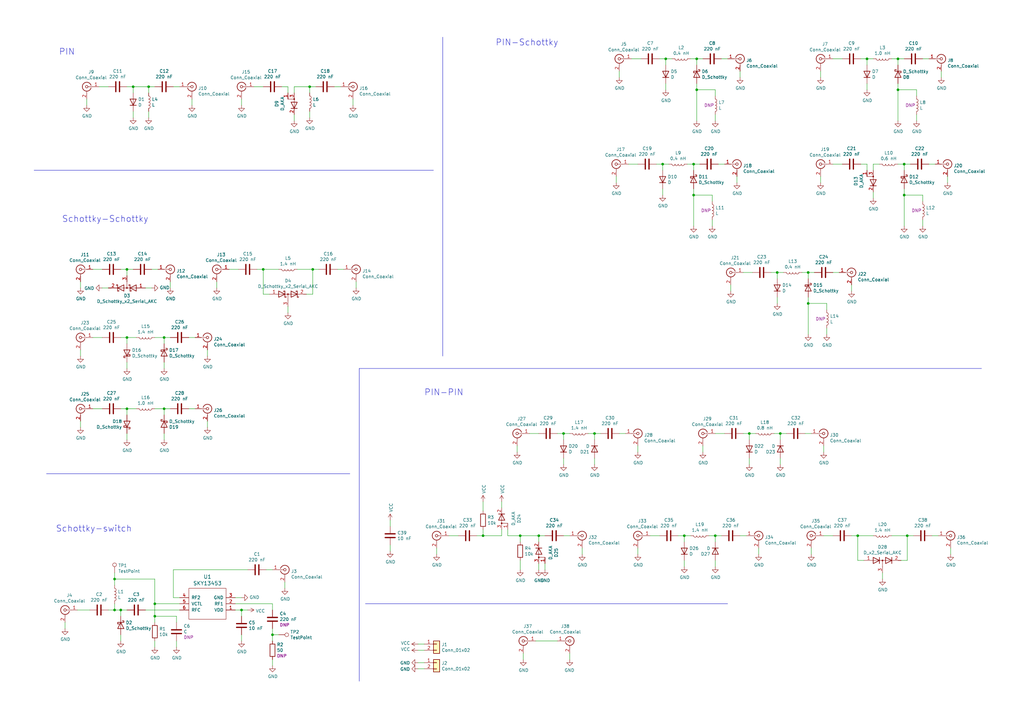
<source format=kicad_sch>
(kicad_sch (version 20230121) (generator eeschema)
  (paper "A3")
  (junction (at 49.53 250.19))
  (junction (at 107.95 110.49))
  (junction (at 213.36 219.71))
  (junction (at 54.61 35.56))
  (junction (at 320.04 177.8))
  (junction (at 63.5 247.65))
  (junction (at 111.76 260.35))
  (junction (at 99.06 250.19))
  (junction (at 52.07 110.49))
  (junction (at 52.07 167.64))
  (junction (at 285.75 36.83))
  (junction (at 231.14 177.8))
  (junction (at 370.84 67.31))
  (junction (at 127 35.56))
  (junction (at 60.96 35.56))
  (junction (at 368.3 24.13))
  (junction (at 331.47 124.46))
  (junction (at 284.48 67.31))
  (junction (at 351.79 219.71))
  (junction (at 273.05 24.13))
  (junction (at 67.31 167.64))
  (junction (at 370.84 80.01))
  (junction (at 63.5 252.73))
  (junction (at 368.3 36.83))
  (junction (at 355.6 24.13))
  (junction (at 128.27 110.49))
  (junction (at 285.75 24.13))
  (junction (at 331.47 111.76))
  (junction (at 372.11 219.71))
  (junction (at 220.98 219.71))
  (junction (at 67.31 138.43))
  (junction (at 293.37 219.71))
  (junction (at 280.67 219.71))
  (junction (at 198.12 219.71))
  (junction (at 52.07 138.43))
  (junction (at 284.48 80.01))
  (junction (at 46.99 237.49))
  (junction (at 46.99 250.19))
  (junction (at 271.78 67.31))
  (junction (at 243.84 177.8))
  (junction (at 318.77 111.76))
  (junction (at 307.34 177.8))
  (wire (pts (xy 52.07 167.64) (xy 55.88 167.64)))
  (wire (pts (xy 368.3 34.29) (xy 368.3 36.83)))
  (wire (pts (xy 284.48 67.31) (xy 287.02 67.31)))
  (wire (pts (xy 46.99 250.19) (xy 44.45 250.19)))
  (wire (pts (xy 110.49 120.65) (xy 107.95 120.65)))
  (wire (pts (xy 358.14 78.74) (xy 358.14 81.28)))
  (wire (pts (xy 370.84 77.47) (xy 370.84 80.01)))
  (wire (pts (xy 49.53 138.43) (xy 52.07 138.43)))
  (polyline (pts (xy 181.61 15.24) (xy 181.61 146.05)))
  (wire (pts (xy 231.14 177.8) (xy 233.68 177.8)))
  (wire (pts (xy 54.61 35.56) (xy 60.96 35.56)))
  (wire (pts (xy 320.04 187.96) (xy 320.04 190.5)))
  (wire (pts (xy 281.94 67.31) (xy 284.48 67.31)))
  (wire (pts (xy 368.3 24.13) (xy 370.84 24.13)))
  (wire (pts (xy 72.39 262.89) (xy 72.39 265.43)))
  (wire (pts (xy 179.07 224.79) (xy 179.07 227.33)))
  (wire (pts (xy 284.48 80.01) (xy 292.1 80.01)))
  (wire (pts (xy 213.36 219.71) (xy 220.98 219.71)))
  (wire (pts (xy 208.28 219.71) (xy 213.36 219.71)))
  (wire (pts (xy 257.81 67.31) (xy 261.62 67.31)))
  (wire (pts (xy 378.46 80.01) (xy 378.46 82.55)))
  (wire (pts (xy 355.6 24.13) (xy 358.14 24.13)))
  (wire (pts (xy 71.12 245.11) (xy 71.12 233.68)))
  (wire (pts (xy 85.09 172.72) (xy 85.09 175.26)))
  (wire (pts (xy 372.11 229.87) (xy 369.57 229.87)))
  (wire (pts (xy 223.52 233.68) (xy 223.52 231.14)))
  (wire (pts (xy 137.16 35.56) (xy 139.7 35.56)))
  (wire (pts (xy 231.14 219.71) (xy 233.68 219.71)))
  (wire (pts (xy 35.56 40.64) (xy 35.56 43.18)))
  (wire (pts (xy 205.74 219.71) (xy 205.74 217.17)))
  (wire (pts (xy 285.75 24.13) (xy 288.29 24.13)))
  (wire (pts (xy 171.45 264.16) (xy 173.99 264.16)))
  (wire (pts (xy 336.55 72.39) (xy 336.55 74.93)))
  (wire (pts (xy 331.47 111.76) (xy 331.47 114.3)))
  (wire (pts (xy 330.2 177.8) (xy 332.74 177.8)))
  (wire (pts (xy 303.53 219.71) (xy 306.07 219.71)))
  (wire (pts (xy 372.11 219.71) (xy 374.65 219.71)))
  (wire (pts (xy 77.47 138.43) (xy 80.01 138.43)))
  (wire (pts (xy 111.76 270.51) (xy 111.76 273.05)))
  (wire (pts (xy 339.09 124.46) (xy 339.09 127)))
  (wire (pts (xy 311.15 224.79) (xy 311.15 227.33)))
  (wire (pts (xy 219.71 262.89) (xy 228.6 262.89)))
  (wire (pts (xy 303.53 29.21) (xy 303.53 31.75)))
  (wire (pts (xy 269.24 67.31) (xy 271.78 67.31)))
  (wire (pts (xy 341.63 111.76) (xy 344.17 111.76)))
  (wire (pts (xy 120.65 35.56) (xy 127 35.56)))
  (wire (pts (xy 389.89 224.79) (xy 389.89 227.33)))
  (wire (pts (xy 85.09 143.51) (xy 85.09 146.05)))
  (wire (pts (xy 280.67 229.87) (xy 280.67 232.41)))
  (wire (pts (xy 173.99 266.7) (xy 171.45 266.7)))
  (wire (pts (xy 144.78 40.64) (xy 144.78 43.18)))
  (wire (pts (xy 365.76 219.71) (xy 372.11 219.71)))
  (wire (pts (xy 46.99 250.19) (xy 46.99 247.65)))
  (wire (pts (xy 160.02 213.36) (xy 160.02 215.9)))
  (wire (pts (xy 220.98 219.71) (xy 220.98 222.25)))
  (wire (pts (xy 88.9 115.57) (xy 88.9 118.11)))
  (wire (pts (xy 52.07 170.18) (xy 52.07 167.64)))
  (wire (pts (xy 107.95 110.49) (xy 114.3 110.49)))
  (wire (pts (xy 261.62 224.79) (xy 261.62 227.33)))
  (wire (pts (xy 67.31 138.43) (xy 67.31 140.97)))
  (wire (pts (xy 72.39 255.27) (xy 72.39 252.73)))
  (wire (pts (xy 331.47 121.92) (xy 331.47 124.46)))
  (wire (pts (xy 331.47 124.46) (xy 331.47 137.16)))
  (wire (pts (xy 71.12 35.56) (xy 73.66 35.56)))
  (wire (pts (xy 280.67 219.71) (xy 283.21 219.71)))
  (wire (pts (xy 233.68 267.97) (xy 233.68 270.51)))
  (wire (pts (xy 118.11 38.1) (xy 118.11 35.56)))
  (polyline (pts (xy 147.32 151.13) (xy 402.59 151.13)))
  (wire (pts (xy 220.98 231.14) (xy 220.98 233.68)))
  (wire (pts (xy 273.05 24.13) (xy 275.59 24.13)))
  (wire (pts (xy 354.33 229.87) (xy 351.79 229.87)))
  (wire (pts (xy 382.27 219.71) (xy 384.81 219.71)))
  (wire (pts (xy 62.23 118.11) (xy 59.69 118.11)))
  (wire (pts (xy 33.02 172.72) (xy 33.02 175.26)))
  (wire (pts (xy 115.57 35.56) (xy 118.11 35.56)))
  (wire (pts (xy 316.23 111.76) (xy 318.77 111.76)))
  (wire (pts (xy 368.3 67.31) (xy 370.84 67.31)))
  (wire (pts (xy 358.14 67.31) (xy 360.68 67.31)))
  (wire (pts (xy 195.58 219.71) (xy 198.12 219.71)))
  (wire (pts (xy 271.78 69.85) (xy 271.78 67.31)))
  (wire (pts (xy 280.67 222.25) (xy 280.67 219.71)))
  (wire (pts (xy 273.05 26.67) (xy 273.05 24.13)))
  (wire (pts (xy 220.98 219.71) (xy 223.52 219.71)))
  (wire (pts (xy 318.77 121.92) (xy 318.77 124.46)))
  (wire (pts (xy 238.76 224.79) (xy 238.76 227.33)))
  (wire (pts (xy 288.29 182.88) (xy 288.29 185.42)))
  (wire (pts (xy 99.06 40.64) (xy 99.06 43.18)))
  (wire (pts (xy 337.82 219.71) (xy 341.63 219.71)))
  (wire (pts (xy 208.28 219.71) (xy 208.28 217.17)))
  (wire (pts (xy 355.6 26.67) (xy 355.6 24.13)))
  (wire (pts (xy 259.08 24.13) (xy 262.89 24.13)))
  (wire (pts (xy 273.05 34.29) (xy 273.05 36.83)))
  (wire (pts (xy 111.76 260.35) (xy 111.76 262.89)))
  (wire (pts (xy 353.06 24.13) (xy 355.6 24.13)))
  (wire (pts (xy 205.74 208.28) (xy 205.74 205.74)))
  (wire (pts (xy 111.76 247.65) (xy 111.76 250.19)))
  (wire (pts (xy 99.06 252.73) (xy 99.06 250.19)))
  (wire (pts (xy 63.5 237.49) (xy 63.5 247.65)))
  (wire (pts (xy 241.3 177.8) (xy 243.84 177.8)))
  (wire (pts (xy 63.5 252.73) (xy 63.5 255.27)))
  (wire (pts (xy 368.3 36.83) (xy 375.92 36.83)))
  (wire (pts (xy 212.09 182.88) (xy 212.09 185.42)))
  (wire (pts (xy 336.55 29.21) (xy 336.55 31.75)))
  (wire (pts (xy 285.75 34.29) (xy 285.75 36.83)))
  (wire (pts (xy 46.99 237.49) (xy 63.5 237.49)))
  (wire (pts (xy 285.75 36.83) (xy 285.75 49.53)))
  (wire (pts (xy 49.53 167.64) (xy 52.07 167.64)))
  (wire (pts (xy 243.84 177.8) (xy 246.38 177.8)))
  (wire (pts (xy 320.04 177.8) (xy 322.58 177.8)))
  (wire (pts (xy 375.92 36.83) (xy 375.92 39.37)))
  (wire (pts (xy 375.92 49.53) (xy 375.92 46.99)))
  (wire (pts (xy 293.37 229.87) (xy 293.37 232.41)))
  (wire (pts (xy 339.09 137.16) (xy 339.09 134.62)))
  (wire (pts (xy 49.53 250.19) (xy 46.99 250.19)))
  (wire (pts (xy 331.47 111.76) (xy 334.01 111.76)))
  (wire (pts (xy 278.13 219.71) (xy 280.67 219.71)))
  (polyline (pts (xy 147.32 151.13) (xy 147.32 279.4)))
  (wire (pts (xy 299.72 116.84) (xy 299.72 119.38)))
  (wire (pts (xy 294.64 67.31) (xy 297.18 67.31)))
  (wire (pts (xy 231.14 180.34) (xy 231.14 177.8)))
  (wire (pts (xy 49.53 252.73) (xy 49.53 250.19)))
  (wire (pts (xy 99.06 260.35) (xy 99.06 262.89)))
  (wire (pts (xy 33.02 115.57) (xy 33.02 118.11)))
  (wire (pts (xy 213.36 229.87) (xy 213.36 233.68)))
  (wire (pts (xy 370.84 80.01) (xy 378.46 80.01)))
  (wire (pts (xy 111.76 260.35) (xy 114.3 260.35)))
  (wire (pts (xy 171.45 271.78) (xy 173.99 271.78)))
  (wire (pts (xy 111.76 257.81) (xy 111.76 260.35)))
  (wire (pts (xy 120.65 46.99) (xy 120.65 49.53)))
  (wire (pts (xy 78.74 40.64) (xy 78.74 43.18)))
  (wire (pts (xy 370.84 67.31) (xy 370.84 69.85)))
  (wire (pts (xy 243.84 187.96) (xy 243.84 190.5)))
  (wire (pts (xy 307.34 187.96) (xy 307.34 190.5)))
  (wire (pts (xy 386.08 29.21) (xy 386.08 31.75)))
  (wire (pts (xy 49.53 110.49) (xy 52.07 110.49)))
  (wire (pts (xy 52.07 110.49) (xy 54.61 110.49)))
  (wire (pts (xy 341.63 67.31) (xy 345.44 67.31)))
  (wire (pts (xy 320.04 177.8) (xy 320.04 180.34)))
  (wire (pts (xy 67.31 138.43) (xy 69.85 138.43)))
  (polyline (pts (xy 149.86 247.65) (xy 298.45 247.65)))
  (wire (pts (xy 198.12 209.55) (xy 198.12 205.74)))
  (wire (pts (xy 52.07 110.49) (xy 52.07 113.03)))
  (wire (pts (xy 378.46 24.13) (xy 381 24.13)))
  (wire (pts (xy 243.84 177.8) (xy 243.84 180.34)))
  (wire (pts (xy 337.82 182.88) (xy 337.82 185.42)))
  (wire (pts (xy 304.8 111.76) (xy 308.61 111.76)))
  (wire (pts (xy 67.31 167.64) (xy 67.31 170.18)))
  (wire (pts (xy 40.64 35.56) (xy 44.45 35.56)))
  (wire (pts (xy 63.5 247.65) (xy 73.66 247.65)))
  (wire (pts (xy 293.37 49.53) (xy 293.37 46.99)))
  (wire (pts (xy 46.99 240.03) (xy 46.99 237.49)))
  (wire (pts (xy 128.27 110.49) (xy 128.27 120.65)))
  (wire (pts (xy 381 67.31) (xy 383.54 67.31)))
  (wire (pts (xy 254 29.21) (xy 254 31.75)))
  (wire (pts (xy 104.14 35.56) (xy 107.95 35.56)))
  (wire (pts (xy 341.63 24.13) (xy 345.44 24.13)))
  (wire (pts (xy 293.37 219.71) (xy 293.37 222.25)))
  (wire (pts (xy 128.27 110.49) (xy 130.81 110.49)))
  (wire (pts (xy 328.93 111.76) (xy 331.47 111.76)))
  (wire (pts (xy 318.77 111.76) (xy 321.31 111.76)))
  (wire (pts (xy 60.96 35.56) (xy 63.5 35.56)))
  (wire (pts (xy 67.31 180.34) (xy 67.31 177.8)))
  (wire (pts (xy 46.99 237.49) (xy 46.99 234.95)))
  (wire (pts (xy 317.5 177.8) (xy 320.04 177.8)))
  (wire (pts (xy 365.76 24.13) (xy 368.3 24.13)))
  (wire (pts (xy 26.67 255.27) (xy 26.67 257.81)))
  (wire (pts (xy 285.75 36.83) (xy 293.37 36.83)))
  (wire (pts (xy 266.7 219.71) (xy 270.51 219.71)))
  (wire (pts (xy 52.07 140.97) (xy 52.07 138.43)))
  (wire (pts (xy 49.53 262.89) (xy 49.53 260.35)))
  (wire (pts (xy 73.66 250.19) (xy 59.69 250.19)))
  (wire (pts (xy 213.36 219.71) (xy 213.36 222.25)))
  (wire (pts (xy 353.06 67.31) (xy 355.6 67.31)))
  (wire (pts (xy 118.11 125.73) (xy 118.11 128.27)))
  (wire (pts (xy 284.48 67.31) (xy 284.48 69.85)))
  (wire (pts (xy 160.02 223.52) (xy 160.02 226.06)))
  (wire (pts (xy 283.21 24.13) (xy 285.75 24.13)))
  (wire (pts (xy 370.84 67.31) (xy 373.38 67.31)))
  (wire (pts (xy 109.22 233.68) (xy 111.76 233.68)))
  (wire (pts (xy 307.34 180.34) (xy 307.34 177.8)))
  (wire (pts (xy 355.6 34.29) (xy 355.6 36.83)))
  (wire (pts (xy 284.48 80.01) (xy 284.48 92.71)))
  (wire (pts (xy 290.83 219.71) (xy 293.37 219.71)))
  (wire (pts (xy 36.83 250.19) (xy 31.75 250.19)))
  (wire (pts (xy 351.79 219.71) (xy 358.14 219.71)))
  (wire (pts (xy 214.63 267.97) (xy 214.63 270.51)))
  (wire (pts (xy 121.92 110.49) (xy 128.27 110.49)))
  (wire (pts (xy 96.52 250.19) (xy 99.06 250.19)))
  (wire (pts (xy 120.65 35.56) (xy 120.65 38.1)))
  (wire (pts (xy 52.07 180.34) (xy 52.07 177.8)))
  (wire (pts (xy 355.6 69.85) (xy 355.6 67.31)))
  (wire (pts (xy 38.1 138.43) (xy 41.91 138.43)))
  (wire (pts (xy 146.05 115.57) (xy 146.05 118.11)))
  (wire (pts (xy 332.74 224.79) (xy 332.74 227.33)))
  (wire (pts (xy 228.6 177.8) (xy 231.14 177.8)))
  (wire (pts (xy 52.07 151.13) (xy 52.07 148.59)))
  (wire (pts (xy 63.5 247.65) (xy 63.5 252.73)))
  (wire (pts (xy 38.1 167.64) (xy 41.91 167.64)))
  (wire (pts (xy 254 177.8) (xy 256.54 177.8)))
  (wire (pts (xy 349.25 219.71) (xy 351.79 219.71)))
  (wire (pts (xy 127 45.72) (xy 127 48.26)))
  (wire (pts (xy 368.3 36.83) (xy 368.3 49.53)))
  (wire (pts (xy 128.27 120.65) (xy 125.73 120.65)))
  (wire (pts (xy 77.47 167.64) (xy 80.01 167.64)))
  (wire (pts (xy 116.84 238.76) (xy 116.84 241.3)))
  (wire (pts (xy 60.96 35.56) (xy 60.96 38.1)))
  (wire (pts (xy 127 35.56) (xy 127 38.1)))
  (wire (pts (xy 49.53 250.19) (xy 52.07 250.19)))
  (wire (pts (xy 351.79 229.87) (xy 351.79 219.71)))
  (wire (pts (xy 52.07 138.43) (xy 55.88 138.43)))
  (wire (pts (xy 198.12 219.71) (xy 205.74 219.71)))
  (wire (pts (xy 99.06 250.19) (xy 101.6 250.19)))
  (wire (pts (xy 292.1 80.01) (xy 292.1 82.55)))
  (wire (pts (xy 304.8 177.8) (xy 307.34 177.8)))
  (wire (pts (xy 93.98 110.49) (xy 97.79 110.49)))
  (wire (pts (xy 361.95 234.95) (xy 361.95 237.49)))
  (wire (pts (xy 71.12 233.68) (xy 101.6 233.68)))
  (wire (pts (xy 67.31 151.13) (xy 67.31 148.59)))
  (wire (pts (xy 252.73 72.39) (xy 252.73 74.93)))
  (wire (pts (xy 184.15 219.71) (xy 187.96 219.71)))
  (wire (pts (xy 107.95 120.65) (xy 107.95 110.49)))
  (wire (pts (xy 54.61 45.72) (xy 54.61 48.26)))
  (polyline (pts (xy 19.05 194.31) (xy 143.51 194.31)))
  (wire (pts (xy 293.37 36.83) (xy 293.37 39.37)))
  (wire (pts (xy 318.77 114.3) (xy 318.77 111.76)))
  (wire (pts (xy 370.84 80.01) (xy 370.84 92.71)))
  (wire (pts (xy 33.02 143.51) (xy 33.02 146.05)))
  (wire (pts (xy 349.25 116.84) (xy 349.25 119.38)))
  (wire (pts (xy 73.66 245.11) (xy 71.12 245.11)))
  (wire (pts (xy 44.45 118.11) (xy 41.91 118.11)))
  (wire (pts (xy 38.1 110.49) (xy 41.91 110.49)))
  (wire (pts (xy 307.34 177.8) (xy 309.88 177.8)))
  (wire (pts (xy 284.48 77.47) (xy 284.48 80.01)))
  (wire (pts (xy 198.12 217.17) (xy 198.12 219.71)))
  (wire (pts (xy 127 35.56) (xy 129.54 35.56)))
  (wire (pts (xy 217.17 177.8) (xy 220.98 177.8)))
  (wire (pts (xy 285.75 24.13) (xy 285.75 26.67)))
  (wire (pts (xy 292.1 92.71) (xy 292.1 90.17)))
  (wire (pts (xy 63.5 262.89) (xy 63.5 265.43)))
  (wire (pts (xy 271.78 67.31) (xy 274.32 67.31)))
  (wire (pts (xy 99.06 245.11) (xy 96.52 245.11)))
  (wire (pts (xy 388.62 72.39) (xy 388.62 74.93)))
  (wire (pts (xy 63.5 138.43) (xy 67.31 138.43)))
  (wire (pts (xy 173.99 274.32) (xy 171.45 274.32)))
  (wire (pts (xy 261.62 182.88) (xy 261.62 185.42)))
  (wire (pts (xy 293.37 219.71) (xy 295.91 219.71)))
  (wire (pts (xy 52.07 35.56) (xy 54.61 35.56)))
  (wire (pts (xy 96.52 247.65) (xy 111.76 247.65)))
  (wire (pts (xy 295.91 24.13) (xy 298.45 24.13)))
  (wire (pts (xy 231.14 187.96) (xy 231.14 190.5)))
  (wire (pts (xy 358.14 67.31) (xy 358.14 69.85)))
  (wire (pts (xy 62.23 110.49) (xy 64.77 110.49)))
  (wire (pts (xy 105.41 110.49) (xy 107.95 110.49)))
  (wire (pts (xy 331.47 124.46) (xy 339.09 124.46)))
  (wire (pts (xy 138.43 110.49) (xy 140.97 110.49)))
  (wire (pts (xy 271.78 77.47) (xy 271.78 80.01)))
  (wire (pts (xy 270.51 24.13) (xy 273.05 24.13)))
  (wire (pts (xy 72.39 252.73) (xy 63.5 252.73)))
  (wire (pts (xy 372.11 219.71) (xy 372.11 229.87)))
  (wire (pts (xy 293.37 177.8) (xy 297.18 177.8)))
  (wire (pts (xy 54.61 38.1) (xy 54.61 35.56)))
  (polyline (pts (xy 13.97 69.85) (xy 177.8 69.85)))
  (wire (pts (xy 368.3 24.13) (xy 368.3 26.67)))
  (wire (pts (xy 378.46 92.71) (xy 378.46 90.17)))
  (wire (pts (xy 302.26 72.39) (xy 302.26 74.93)))
  (wire (pts (xy 67.31 167.64) (xy 69.85 167.64)))
  (wire (pts (xy 69.85 115.57) (xy 69.85 118.11)))
  (wire (pts (xy 60.96 45.72) (xy 60.96 48.26)))
  (wire (pts (xy 63.5 167.64) (xy 67.31 167.64)))
  (text "Schottky-switch" (at 22.86 218.44 0) (effects (font (size 2.54 2.54)) (justify left bottom)))
  (text "PIN-Schottky" (at 203.2 19.05 0) (effects (font (size 2.54 2.54)) (justify left bottom)))
  (text "PIN-PIN" (at 173.99 162.56 0) (effects (font (size 2.54 2.54)) (justify left bottom)))
  (text "PIN" (at 24.13 22.86 0) (effects (font (size 2.54 2.54)) (justify left bottom)))
  (text "Schottky-Schottky" (at 25.4 91.44 0) (effects (font (size 2.54 2.54)) (justify left bottom)))
  (symbol (lib_id "Connector:Conn_Coaxial") (at 26.67 250.19 0) (mirror y) (unit 1)
    (property "Reference" "J4" (at 28.4988 244.1448 0))
    (property "Value" "Conn_Coaxial" (at 28.4988 246.4562 0))
    (property "Footprint" "gsg-modules:SMA-EDGE" (effects hide))
    (property "Datasheet" " ~" (effects hide))
    (property "Manufacturer" "Linx Technologies" (effects hide))
    (property "Part Number" "CONSMA003.062" (effects hide))
  )
  (symbol (lib_id "Device:D") (at 54.61 41.91 90) (unit 1)
    (property "Reference" "D1" (at 56.642 40.7416 90) (effects (justify right)))
    (property "Value" "D" (at 56.642 43.053 90) (effects (justify right)))
    (property "Footprint" "limiters:SMP1345-087LF" (effects hide))
    (property "Manufacturer" "Skyworks" (effects hide))
    (property "Part Number" "SMP1345-087LF" (effects hide))
  )
  (symbol (lib_id "Device:D_Schottky") (at 49.53 256.54 270) (unit 1)
    (property "Reference" "D2" (at 51.562 255.3716 90) (effects (justify left)))
    (property "Value" "D_Schottky" (at 51.562 257.683 90) (effects (justify left)))
    (property "Footprint" "Diode_SMD:D_SOD-923" (effects hide))
    (property "Manufacturer" "Toshiba\r" (effects hide))
    (property "Part Number" "JDH2S02FSTPL3" (effects hide))
    (property "Substitution" "Skyworks SMS7621-040LF, Infineon BAT1502LRHE6327XTSA1\r" (effects hide))
  )
  (symbol (lib_id "limiters-rescue:SKY13453-gsg-symbols") (at 85.09 247.65 180) (unit 1)
    (property "Reference" "U1" (at 85.09 236.5502 0) (effects (font (size 1.524 1.524))))
    (property "Value" "SKY13453" (at 85.09 239.2426 0) (effects (font (size 1.524 1.524))))
    (property "Footprint" "gsg-modules:SKY13350-385LF" (effects hide))
    (property "Manufacturer" "Skyworks" (effects hide))
    (property "Part Number" "SKY13453-385LF" (effects hide))
  )
  (symbol (lib_id "Connector:Conn_Coaxial") (at 116.84 233.68 0) (unit 1)
    (property "Reference" "J3" (at 119.38 234.315 0) (effects (justify left)))
    (property "Value" "Conn_Coaxial" (at 119.38 236.6264 0) (effects (justify left)))
    (property "Footprint" "gsg-modules:SMA-EDGE" (effects hide))
    (property "Datasheet" " ~" (effects hide))
    (property "Manufacturer" "Linx Technologies" (effects hide))
    (property "Part Number" "CONSMA003.062" (effects hide))
  )
  (symbol (lib_id "Device:C") (at 40.64 250.19 270) (unit 1)
    (property "Reference" "C2" (at 40.64 243.7892 90))
    (property "Value" "220 nF" (at 40.64 246.1006 90))
    (property "Footprint" "Capacitor_SMD:C_0201_0603Metric_Pad0.64x0.40mm_HandSolder" (effects hide))
    (property "Manufacturer" "Murata" (effects hide))
    (property "Part Number" "GRM033R61A224KE90D" (effects hide))
  )
  (symbol (lib_id "Device:C") (at 55.88 250.19 270) (unit 1)
    (property "Reference" "C3" (at 55.88 243.7892 90))
    (property "Value" "220 nF" (at 55.88 246.1006 90))
    (property "Footprint" "Capacitor_SMD:C_0201_0603Metric_Pad0.64x0.40mm_HandSolder" (effects hide))
    (property "Manufacturer" "Murata" (effects hide))
    (property "Part Number" "GRM033R61A224KE90D" (effects hide))
  )
  (symbol (lib_id "Device:R") (at 111.76 266.7 0) (unit 1)
    (property "Reference" "R2" (at 113.538 264.3886 0) (effects (justify left)))
    (property "Value" "50" (at 113.538 266.7 0) (effects (justify left)))
    (property "Footprint" "Resistor_SMD:R_0402_1005Metric_Pad0.72x0.64mm_HandSolder" (effects hide))
    (property "Note" "DNP" (at 113.538 269.0114 0) (effects (justify left)))
  )
  (symbol (lib_id "power:GND") (at 99.06 245.11 90) (unit 1)
    (property "Reference" "#PWR06" (effects hide))
    (property "Value" "GND" (at 102.3112 244.983 90) (effects (justify right)))
  )
  (symbol (lib_id "power:GND") (at 116.84 241.3 0) (unit 1)
    (property "Reference" "#PWR05" (effects hide))
    (property "Value" "GND" (at 116.967 245.6942 0))
  )
  (symbol (lib_id "power:GND") (at 49.53 262.89 0) (unit 1)
    (property "Reference" "#PWR09" (effects hide))
    (property "Value" "GND" (at 49.657 267.2842 0))
  )
  (symbol (lib_id "power:GND") (at 26.67 257.81 0) (unit 1)
    (property "Reference" "#PWR08" (effects hide))
    (property "Value" "GND" (at 26.797 262.2042 0))
  )
  (symbol (lib_id "Device:L") (at 46.99 243.84 0) (unit 1)
    (property "Reference" "L1" (at 48.3362 242.6716 0) (effects (justify left)))
    (property "Value" "L" (at 48.3362 244.983 0) (effects (justify left)))
    (property "Footprint" "Inductor_SMD:L_0603_1608Metric_Pad1.05x0.95mm_HandSolder" (effects hide))
    (property "Manufacturer" "Taiyo Yuden" (effects hide))
    (property "Part Number" "BRL1608T100M" (effects hide))
  )
  (symbol (lib_id "Connector:TestPoint") (at 46.99 234.95 0) (unit 1)
    (property "Reference" "TP1" (at 48.4632 231.9528 0) (effects (justify left)))
    (property "Value" "TestPoint" (at 48.4632 234.2642 0) (effects (justify left)))
    (property "Footprint" "gsg-modules:TESTPOINT-50MIL" (effects hide))
  )
  (symbol (lib_id "Connector:TestPoint") (at 114.3 260.35 270) (unit 1)
    (property "Reference" "TP2" (at 119.0752 259.1816 90) (effects (justify left)))
    (property "Value" "TestPoint" (at 119.0752 261.493 90) (effects (justify left)))
    (property "Footprint" "gsg-modules:TESTPOINT-50MIL" (effects hide))
  )
  (symbol (lib_id "Connector:Conn_Coaxial") (at 99.06 35.56 0) (mirror y) (unit 1)
    (property "Reference" "J15" (at 100.8888 29.5148 0))
    (property "Value" "Conn_Coaxial" (at 100.8888 31.8262 0))
    (property "Footprint" "gsg-modules:SMA-EDGE" (effects hide))
    (property "Datasheet" " ~" (effects hide))
    (property "Manufacturer" "Linx Technologies" (effects hide))
    (property "Part Number" "CONSMA003.062" (effects hide))
  )
  (symbol (lib_id "power:GND") (at 99.06 43.18 0) (unit 1)
    (property "Reference" "#PWR022" (effects hide))
    (property "Value" "GND" (at 99.187 47.5742 0))
  )
  (symbol (lib_id "Device:L") (at 127 41.91 0) (unit 1)
    (property "Reference" "L6" (at 128.3462 40.7416 0) (effects (justify left)))
    (property "Value" "L" (at 128.3462 43.053 0) (effects (justify left)))
    (property "Footprint" "Inductor_SMD:L_0603_1608Metric_Pad1.05x0.95mm_HandSolder" (effects hide))
    (property "Manufacturer" "Taiyo Yuden" (effects hide))
    (property "Part Number" "BRL1608T100M" (effects hide))
  )
  (symbol (lib_id "power:GND") (at 127 48.26 0) (unit 1)
    (property "Reference" "#PWR033" (effects hide))
    (property "Value" "GND" (at 127.127 52.6542 0))
  )
  (symbol (lib_id "Connector:Conn_Coaxial") (at 144.78 35.56 0) (unit 1)
    (property "Reference" "J16" (at 147.32 36.195 0) (effects (justify left)))
    (property "Value" "Conn_Coaxial" (at 147.32 38.5064 0) (effects (justify left)))
    (property "Footprint" "gsg-modules:SMA-EDGE" (effects hide))
    (property "Datasheet" " ~" (effects hide))
    (property "Manufacturer" "Linx Technologies" (effects hide))
    (property "Part Number" "CONSMA003.062" (effects hide))
  )
  (symbol (lib_id "power:GND") (at 144.78 43.18 0) (unit 1)
    (property "Reference" "#PWR030" (effects hide))
    (property "Value" "GND" (at 144.907 47.5742 0))
  )
  (symbol (lib_id "Device:C") (at 133.35 35.56 270) (unit 1)
    (property "Reference" "C18" (at 133.35 29.1592 90))
    (property "Value" "220 nF" (at 133.35 31.4706 90))
    (property "Footprint" "Capacitor_SMD:C_0201_0603Metric_Pad0.64x0.40mm_HandSolder" (effects hide))
    (property "Manufacturer" "Murata" (effects hide))
    (property "Part Number" "GRM033R61A224KE90D" (effects hide))
  )
  (symbol (lib_id "Device:C") (at 111.76 35.56 270) (unit 1)
    (property "Reference" "C17" (at 111.76 29.1592 90))
    (property "Value" "220 nF" (at 111.76 31.4706 90))
    (property "Footprint" "Capacitor_SMD:C_0201_0603Metric_Pad0.64x0.40mm_HandSolder" (effects hide))
    (property "Manufacturer" "Murata" (effects hide))
    (property "Part Number" "GRM033R61A224KE90D" (effects hide))
  )
  (symbol (lib_id "power:GND") (at 120.65 49.53 0) (unit 1)
    (property "Reference" "#PWR034" (effects hide))
    (property "Value" "GND" (at 120.777 53.9242 0))
  )
  (symbol (lib_id "power:GND") (at 111.76 273.05 0) (unit 1)
    (property "Reference" "#PWR013" (effects hide))
    (property "Value" "GND" (at 111.887 277.4442 0))
  )
  (symbol (lib_id "Device:C") (at 105.41 233.68 270) (unit 1)
    (property "Reference" "C1" (at 105.41 227.2792 90))
    (property "Value" "220 nF" (at 105.41 229.5906 90))
    (property "Footprint" "Capacitor_SMD:C_0201_0603Metric_Pad0.64x0.40mm_HandSolder" (effects hide))
    (property "Manufacturer" "Murata" (effects hide))
    (property "Part Number" "GRM033R61A224KE90D" (effects hide))
  )
  (symbol (lib_id "power:VCC") (at 101.6 250.19 270) (unit 1)
    (property "Reference" "#PWR07" (effects hide))
    (property "Value" "VCC" (at 104.8512 250.571 90) (effects (justify left)))
  )
  (symbol (lib_id "Device:R") (at 63.5 259.08 0) (unit 1)
    (property "Reference" "R1" (at 65.278 257.9116 0) (effects (justify left)))
    (property "Value" "10k" (at 65.278 260.223 0) (effects (justify left)))
    (property "Footprint" "Resistor_SMD:R_0402_1005Metric_Pad0.72x0.64mm_HandSolder" (effects hide))
  )
  (symbol (lib_id "power:GND") (at 63.5 265.43 0) (unit 1)
    (property "Reference" "#PWR011" (effects hide))
    (property "Value" "GND" (at 63.627 269.8242 0))
  )
  (symbol (lib_id "Device:C") (at 111.76 254 180) (unit 1)
    (property "Reference" "C4" (at 114.681 251.6886 0) (effects (justify right)))
    (property "Value" "220 nF" (at 114.681 254 0) (effects (justify right)))
    (property "Footprint" "Capacitor_SMD:C_0201_0603Metric_Pad0.64x0.40mm_HandSolder" (effects hide))
    (property "Note" "DNP" (at 114.681 256.3114 0) (effects (justify right)))
    (property "Manufacturer" "Murata" (effects hide))
    (property "Part Number" "GRM033R61A224KE90D" (effects hide))
  )
  (symbol (lib_id "Device:C") (at 72.39 259.08 0) (unit 1)
    (property "Reference" "C6" (at 75.311 256.7686 0) (effects (justify left)))
    (property "Value" "C" (at 75.311 259.08 0) (effects (justify left)))
    (property "Footprint" "Capacitor_SMD:C_0402_1005Metric_Pad0.74x0.62mm_HandSolder" (effects hide))
    (property "Note" "DNP" (at 75.311 261.3914 0) (effects (justify left)))
  )
  (symbol (lib_id "power:GND") (at 72.39 265.43 0) (unit 1)
    (property "Reference" "#PWR012" (effects hide))
    (property "Value" "GND" (at 72.517 269.8242 0))
  )
  (symbol (lib_id "Device:C") (at 99.06 256.54 180) (unit 1)
    (property "Reference" "C5" (at 101.981 255.3716 0) (effects (justify right)))
    (property "Value" "10 nF" (at 101.981 257.683 0) (effects (justify right)))
    (property "Footprint" "Capacitor_SMD:C_0402_1005Metric_Pad0.74x0.62mm_HandSolder" (effects hide))
  )
  (symbol (lib_id "power:GND") (at 99.06 262.89 0) (unit 1)
    (property "Reference" "#PWR010" (effects hide))
    (property "Value" "GND" (at 99.187 267.2842 0))
  )
  (symbol (lib_id "Connector_Generic:Conn_01x02") (at 179.07 264.16 0) (unit 1)
    (property "Reference" "J1" (at 181.102 264.3632 0) (effects (justify left)))
    (property "Value" "Conn_01x02" (at 181.102 266.6746 0) (effects (justify left)))
    (property "Footprint" "Connector_PinHeader_2.54mm:PinHeader_1x02_P2.54mm_Vertical" (effects hide))
  )
  (symbol (lib_id "Connector_Generic:Conn_01x02") (at 179.07 271.78 0) (unit 1)
    (property "Reference" "J2" (at 181.102 271.9832 0) (effects (justify left)))
    (property "Value" "Conn_01x02" (at 181.102 274.2946 0) (effects (justify left)))
    (property "Footprint" "Connector_PinHeader_2.54mm:PinHeader_1x02_P2.54mm_Vertical" (effects hide))
  )
  (symbol (lib_id "power:VCC") (at 171.45 264.16 90) (unit 1)
    (property "Reference" "#PWR01" (effects hide))
    (property "Value" "VCC" (at 168.2242 263.779 90) (effects (justify left)))
  )
  (symbol (lib_id "power:VCC") (at 171.45 266.7 90) (unit 1)
    (property "Reference" "#PWR02" (effects hide))
    (property "Value" "VCC" (at 168.2242 266.319 90) (effects (justify left)))
  )
  (symbol (lib_id "power:GND") (at 171.45 271.78 270) (unit 1)
    (property "Reference" "#PWR03" (effects hide))
    (property "Value" "GND" (at 168.1988 271.907 90) (effects (justify right)))
  )
  (symbol (lib_id "power:GND") (at 171.45 274.32 270) (unit 1)
    (property "Reference" "#PWR04" (effects hide))
    (property "Value" "GND" (at 168.1988 274.447 90) (effects (justify right)))
  )
  (symbol (lib_id "limiters-rescue:D_Schottky_x2_Serial_AKC-Device") (at 52.07 118.11 180) (unit 1)
    (property "Reference" "D3" (at 52.07 121.285 0))
    (property "Value" "D_Schottky_x2_Serial_AKC" (at 52.07 123.5964 0))
    (property "Footprint" "Package_TO_SOT_SMD:SOT-23" (effects hide))
    (property "Manufacturer" "Infineon" (effects hide))
    (property "Part Number" "BAT1504RE6152HTSA1" (effects hide))
    (property "Substitution" "BAT1504WH6327XTSA1, Skyworks SMS7621-005LF" (effects hide))
  )
  (symbol (lib_id "Connector:Conn_Coaxial") (at 33.02 110.49 0) (mirror y) (unit 1)
    (property "Reference" "J11" (at 34.8488 104.4448 0))
    (property "Value" "Conn_Coaxial" (at 34.8488 106.7562 0))
    (property "Footprint" "gsg-modules:SMA-EDGE" (effects hide))
    (property "Datasheet" " ~" (effects hide))
    (property "Manufacturer" "Linx Technologies" (effects hide))
    (property "Part Number" "CONSMA003.062" (effects hide))
  )
  (symbol (lib_id "power:GND") (at 33.02 118.11 0) (unit 1)
    (property "Reference" "#PWR023" (effects hide))
    (property "Value" "GND" (at 33.147 122.5042 0))
  )
  (symbol (lib_id "Connector:Conn_Coaxial") (at 69.85 110.49 0) (unit 1)
    (property "Reference" "J12" (at 72.39 111.125 0) (effects (justify left)))
    (property "Value" "Conn_Coaxial" (at 72.39 113.4364 0) (effects (justify left)))
    (property "Footprint" "gsg-modules:SMA-EDGE" (effects hide))
    (property "Datasheet" " ~" (effects hide))
    (property "Manufacturer" "Linx Technologies" (effects hide))
    (property "Part Number" "CONSMA003.062" (effects hide))
  )
  (symbol (lib_id "power:GND") (at 69.85 118.11 0) (unit 1)
    (property "Reference" "#PWR026" (effects hide))
    (property "Value" "GND" (at 69.977 122.5042 0))
  )
  (symbol (lib_id "Device:C") (at 58.42 110.49 270) (unit 1)
    (property "Reference" "C14" (at 58.42 104.0892 90))
    (property "Value" "220 nF" (at 58.42 106.4006 90))
    (property "Footprint" "Capacitor_SMD:C_0201_0603Metric_Pad0.64x0.40mm_HandSolder" (effects hide))
    (property "Manufacturer" "Murata" (effects hide))
    (property "Part Number" "GRM033R61A224KE90D" (effects hide))
  )
  (symbol (lib_id "Device:C") (at 45.72 110.49 270) (unit 1)
    (property "Reference" "C13" (at 45.72 104.0892 90))
    (property "Value" "220 nF" (at 45.72 106.4006 90))
    (property "Footprint" "Capacitor_SMD:C_0201_0603Metric_Pad0.64x0.40mm_HandSolder" (effects hide))
    (property "Manufacturer" "Murata" (effects hide))
    (property "Part Number" "GRM033R61A224KE90D" (effects hide))
  )
  (symbol (lib_id "power:GND") (at 41.91 118.11 270) (unit 1)
    (property "Reference" "#PWR024" (effects hide))
    (property "Value" "GND" (at 38.6588 118.237 90) (effects (justify right)))
  )
  (symbol (lib_id "power:GND") (at 62.23 118.11 90) (unit 1)
    (property "Reference" "#PWR025" (effects hide))
    (property "Value" "GND" (at 65.4812 117.983 90) (effects (justify right)))
  )
  (symbol (lib_id "limiters-rescue:D_Schottky_x2_Serial_AKC-Device") (at 118.11 120.65 0) (unit 1)
    (property "Reference" "D4" (at 118.11 115.1382 0))
    (property "Value" "D_Schottky_x2_Serial_AKC" (at 118.11 117.4496 0))
    (property "Footprint" "Package_TO_SOT_SMD:SOT-23" (effects hide))
    (property "Manufacturer" "Infineon" (effects hide))
    (property "Part Number" "BAT1504RE6152HTSA1" (effects hide))
    (property "Substitution" "BAT1504WH6327XTSA1, Skyworks SMS7621-005LF" (effects hide))
  )
  (symbol (lib_id "Connector:Conn_Coaxial") (at 88.9 110.49 0) (mirror y) (unit 1)
    (property "Reference" "J13" (at 90.7288 104.4448 0))
    (property "Value" "Conn_Coaxial" (at 90.7288 106.7562 0))
    (property "Footprint" "gsg-modules:SMA-EDGE" (effects hide))
    (property "Datasheet" " ~" (effects hide))
    (property "Manufacturer" "Linx Technologies" (effects hide))
    (property "Part Number" "CONSMA003.062" (effects hide))
  )
  (symbol (lib_id "power:GND") (at 88.9 118.11 0) (unit 1)
    (property "Reference" "#PWR027" (effects hide))
    (property "Value" "GND" (at 89.027 122.5042 0))
  )
  (symbol (lib_id "Connector:Conn_Coaxial") (at 146.05 110.49 0) (unit 1)
    (property "Reference" "J14" (at 148.59 111.125 0) (effects (justify left)))
    (property "Value" "Conn_Coaxial" (at 148.59 113.4364 0) (effects (justify left)))
    (property "Footprint" "gsg-modules:SMA-EDGE" (effects hide))
    (property "Datasheet" " ~" (effects hide))
    (property "Manufacturer" "Linx Technologies" (effects hide))
    (property "Part Number" "CONSMA003.062" (effects hide))
  )
  (symbol (lib_id "power:GND") (at 146.05 118.11 0) (unit 1)
    (property "Reference" "#PWR028" (effects hide))
    (property "Value" "GND" (at 146.177 122.5042 0))
  )
  (symbol (lib_id "Device:C") (at 134.62 110.49 270) (unit 1)
    (property "Reference" "C16" (at 134.62 104.0892 90))
    (property "Value" "220 nF" (at 134.62 106.4006 90))
    (property "Footprint" "Capacitor_SMD:C_0201_0603Metric_Pad0.64x0.40mm_HandSolder" (effects hide))
    (property "Manufacturer" "Murata" (effects hide))
    (property "Part Number" "GRM033R61A224KE90D" (effects hide))
  )
  (symbol (lib_id "Device:C") (at 101.6 110.49 270) (unit 1)
    (property "Reference" "C15" (at 101.6 104.0892 90))
    (property "Value" "220 nF" (at 101.6 106.4006 90))
    (property "Footprint" "Capacitor_SMD:C_0201_0603Metric_Pad0.64x0.40mm_HandSolder" (effects hide))
    (property "Manufacturer" "Murata" (effects hide))
    (property "Part Number" "GRM033R61A224KE90D" (effects hide))
  )
  (symbol (lib_id "Device:L") (at 118.11 110.49 270) (unit 1)
    (property "Reference" "L5" (at 118.11 105.8926 90))
    (property "Value" "1.4 nH" (at 118.11 108.204 90))
    (property "Footprint" "Inductor_SMD:L_0201_0603Metric_Pad0.64x0.40mm_HandSolder" (effects hide))
    (property "Manufacturer" "Murata" (effects hide))
    (property "Part Number" "LQP03HQ1N4W02D" (effects hide))
  )
  (symbol (lib_id "power:GND") (at 118.11 128.27 0) (unit 1)
    (property "Reference" "#PWR029" (effects hide))
    (property "Value" "GND" (at 118.237 132.6642 0))
  )
  (symbol (lib_id "Connector:Conn_Coaxial") (at 33.02 138.43 0) (mirror y) (unit 1)
    (property "Reference" "J23" (at 34.8488 132.3848 0))
    (property "Value" "Conn_Coaxial" (at 34.8488 134.6962 0))
    (property "Footprint" "gsg-modules:SMA-EDGE" (effects hide))
    (property "Datasheet" " ~" (effects hide))
    (property "Manufacturer" "Linx Technologies" (effects hide))
    (property "Part Number" "CONSMA003.062" (effects hide))
  )
  (symbol (lib_id "power:GND") (at 33.02 146.05 0) (unit 1)
    (property "Reference" "#PWR054" (effects hide))
    (property "Value" "GND" (at 33.147 150.4442 0))
  )
  (symbol (lib_id "Connector:Conn_Coaxial") (at 85.09 138.43 0) (unit 1)
    (property "Reference" "J24" (at 87.63 139.065 0) (effects (justify left)))
    (property "Value" "Conn_Coaxial" (at 87.63 141.3764 0) (effects (justify left)))
    (property "Footprint" "gsg-modules:SMA-EDGE" (effects hide))
    (property "Datasheet" " ~" (effects hide))
    (property "Manufacturer" "Linx Technologies" (effects hide))
    (property "Part Number" "CONSMA003.062" (effects hide))
  )
  (symbol (lib_id "power:GND") (at 85.09 146.05 0) (unit 1)
    (property "Reference" "#PWR055" (effects hide))
    (property "Value" "GND" (at 85.217 150.4442 0))
  )
  (symbol (lib_id "Device:C") (at 73.66 138.43 270) (unit 1)
    (property "Reference" "C26" (at 73.66 132.0292 90))
    (property "Value" "220 nF" (at 73.66 134.3406 90))
    (property "Footprint" "Capacitor_SMD:C_0201_0603Metric_Pad0.64x0.40mm_HandSolder" (effects hide))
    (property "Manufacturer" "Murata" (effects hide))
    (property "Part Number" "GRM033R61A224KE90D" (effects hide))
  )
  (symbol (lib_id "Device:C") (at 45.72 138.43 270) (unit 1)
    (property "Reference" "C25" (at 45.72 132.0292 90))
    (property "Value" "220 nF" (at 45.72 134.3406 90))
    (property "Footprint" "Capacitor_SMD:C_0201_0603Metric_Pad0.64x0.40mm_HandSolder" (effects hide))
    (property "Manufacturer" "Murata" (effects hide))
    (property "Part Number" "GRM033R61A224KE90D" (effects hide))
  )
  (symbol (lib_id "Device:L") (at 59.69 138.43 270) (unit 1)
    (property "Reference" "L15" (at 59.69 133.8326 90))
    (property "Value" "1.4 nH" (at 59.69 136.144 90))
    (property "Footprint" "Inductor_SMD:L_0201_0603Metric_Pad0.64x0.40mm_HandSolder" (effects hide))
    (property "Manufacturer" "Murata" (effects hide))
    (property "Part Number" "LQP03HQ1N4W02D" (effects hide))
  )
  (symbol (lib_id "power:GND") (at 67.31 151.13 0) (unit 1)
    (property "Reference" "#PWR057" (effects hide))
    (property "Value" "GND" (at 67.437 155.5242 0))
  )
  (symbol (lib_id "Device:D_Schottky") (at 52.07 144.78 90) (unit 1)
    (property "Reference" "D16" (at 54.102 143.6116 90) (effects (justify right)))
    (property "Value" "D_Schottky" (at 54.102 145.923 90) (effects (justify right)))
    (property "Footprint" "Diode_SMD:D_SOD-923" (effects hide))
    (property "Manufacturer" "Toshiba" (effects hide))
    (property "Part Number" "JDH2S02FSTPL3" (effects hide))
    (property "Substitution" "Skyworks SMS7621-040LF, Infineon BAT1502LRHE6327XTSA1" (effects hide))
  )
  (symbol (lib_id "power:GND") (at 52.07 151.13 0) (unit 1)
    (property "Reference" "#PWR056" (effects hide))
    (property "Value" "GND" (at 52.197 155.5242 0))
  )
  (symbol (lib_id "Device:D_Schottky") (at 67.31 144.78 270) (unit 1)
    (property "Reference" "D17" (at 69.342 143.6116 90) (effects (justify left)))
    (property "Value" "D_Schottky" (at 69.342 145.923 90) (effects (justify left)))
    (property "Footprint" "Diode_SMD:D_SOD-923" (effects hide))
    (property "Manufacturer" "Toshiba" (effects hide))
    (property "Part Number" "JDH2S02FSTPL3" (effects hide))
    (property "Substitution" "Skyworks SMS7621-040LF, Infineon BAT1502LRHE6327XTSA1" (effects hide))
  )
  (symbol (lib_id "Connector:Conn_Coaxial") (at 35.56 35.56 0) (mirror y) (unit 1)
    (property "Reference" "J9" (at 37.3888 29.5148 0))
    (property "Value" "Conn_Coaxial" (at 37.3888 31.8262 0))
    (property "Footprint" "gsg-modules:SMA-EDGE" (effects hide))
    (property "Datasheet" " ~" (effects hide))
    (property "Manufacturer" "Linx Technologies" (effects hide))
    (property "Part Number" "CONSMA003.062" (effects hide))
  )
  (symbol (lib_id "power:GND") (at 35.56 43.18 0) (unit 1)
    (property "Reference" "#PWR020" (effects hide))
    (property "Value" "GND" (at 35.687 47.5742 0))
  )
  (symbol (lib_id "Device:L") (at 60.96 41.91 0) (unit 1)
    (property "Reference" "L4" (at 62.3062 40.7416 0) (effects (justify left)))
    (property "Value" "L" (at 62.3062 43.053 0) (effects (justify left)))
    (property "Footprint" "Inductor_SMD:L_0603_1608Metric_Pad1.05x0.95mm_HandSolder" (effects hide))
    (property "Manufacturer" "Taiyo Yuden" (effects hide))
    (property "Part Number" "BRL1608T100M" (effects hide))
  )
  (symbol (lib_id "power:GND") (at 60.96 48.26 0) (unit 1)
    (property "Reference" "#PWR032" (effects hide))
    (property "Value" "GND" (at 61.087 52.6542 0))
  )
  (symbol (lib_id "Connector:Conn_Coaxial") (at 78.74 35.56 0) (unit 1)
    (property "Reference" "J10" (at 81.28 36.195 0) (effects (justify left)))
    (property "Value" "Conn_Coaxial" (at 81.28 38.5064 0) (effects (justify left)))
    (property "Footprint" "gsg-modules:SMA-EDGE" (effects hide))
    (property "Datasheet" " ~" (effects hide))
    (property "Manufacturer" "Linx Technologies" (effects hide))
    (property "Part Number" "CONSMA003.062" (effects hide))
  )
  (symbol (lib_id "power:GND") (at 78.74 43.18 0) (unit 1)
    (property "Reference" "#PWR021" (effects hide))
    (property "Value" "GND" (at 78.867 47.5742 0))
  )
  (symbol (lib_id "Device:C") (at 67.31 35.56 270) (unit 1)
    (property "Reference" "C12" (at 67.31 29.1592 90))
    (property "Value" "220 nF" (at 67.31 31.4706 90))
    (property "Footprint" "Capacitor_SMD:C_0201_0603Metric_Pad0.64x0.40mm_HandSolder" (effects hide))
    (property "Manufacturer" "Murata" (effects hide))
    (property "Part Number" "GRM033R61A224KE90D" (effects hide))
  )
  (symbol (lib_id "Device:C") (at 48.26 35.56 270) (unit 1)
    (property "Reference" "C11" (at 48.26 29.1592 90))
    (property "Value" "220 nF" (at 48.26 31.4706 90))
    (property "Footprint" "Capacitor_SMD:C_0201_0603Metric_Pad0.64x0.40mm_HandSolder" (effects hide))
    (property "Manufacturer" "Murata" (effects hide))
    (property "Part Number" "GRM033R61A224KE90D" (effects hide))
  )
  (symbol (lib_id "Connector:Conn_Coaxial") (at 214.63 262.89 0) (mirror y) (unit 1)
    (property "Reference" "J37" (at 216.4588 256.8448 0))
    (property "Value" "Conn_Coaxial" (at 216.4588 259.1562 0))
    (property "Footprint" "gsg-modules:SMA-EDGE" (effects hide))
    (property "Datasheet" " ~" (effects hide))
    (property "Manufacturer" "Linx Technologies" (effects hide))
    (property "Part Number" "CONSMA003.062" (effects hide))
  )
  (symbol (lib_id "power:GND") (at 214.63 270.51 0) (unit 1)
    (property "Reference" "#PWR084" (effects hide))
    (property "Value" "GND" (at 214.757 274.9042 0))
  )
  (symbol (lib_id "power:GND") (at 54.61 48.26 0) (unit 1)
    (property "Reference" "#PWR031" (effects hide))
    (property "Value" "GND" (at 54.737 52.6542 0))
  )
  (symbol (lib_id "Connector:Conn_Coaxial") (at 233.68 262.89 0) (unit 1)
    (property "Reference" "J38" (at 231.8512 256.8448 0))
    (property "Value" "Conn_Coaxial" (at 231.8512 259.1562 0))
    (property "Footprint" "gsg-modules:SMA-EDGE" (effects hide))
    (property "Datasheet" " ~" (effects hide))
    (property "Manufacturer" "Linx Technologies" (effects hide))
    (property "Part Number" "CONSMA003.062" (effects hide))
  )
  (symbol (lib_id "power:GND") (at 233.68 270.51 0) (mirror y) (unit 1)
    (property "Reference" "#PWR085" (effects hide))
    (property "Value" "GND" (at 233.553 274.9042 0))
  )
  (symbol (lib_id "limiters:D_AKA") (at 120.65 43.18 90) (unit 1)
    (property "Reference" "D9" (at 113.5126 42.545 0))
    (property "Value" "D_AKA" (at 115.824 42.545 0))
    (property "Footprint" "limiters:SMP1304-085LF" (effects hide))
    (property "Manufacturer" "Skyworks" (effects hide))
    (property "Part Number" "SMP1304-085LF" (effects hide))
  )
  (symbol (lib_id "limiters-rescue:D_x2_Serial_AKC-Device") (at 361.95 229.87 0) (unit 1)
    (property "Reference" "D28" (at 361.95 224.3582 0))
    (property "Value" "D_x2_Serial_AKC" (at 361.95 226.6696 0))
    (property "Footprint" "Package_TO_SOT_SMD:SOT-23" (effects hide))
    (property "Manufacturer" "Skyworks" (effects hide))
    (property "Part Number" "SMP1304-005LF" (effects hide))
    (property "Substitution" "SMP1307-005LF, Infineon BAR6404WH6327XTSA1, BAR63-04WH6327, onsemi 1SV267-TB-E" (effects hide))
  )
  (symbol (lib_id "Connector:Conn_Coaxial") (at 332.74 219.71 0) (mirror y) (unit 1)
    (property "Reference" "J35" (at 334.5688 213.6648 0))
    (property "Value" "Conn_Coaxial" (at 334.5688 215.9762 0))
    (property "Footprint" "gsg-modules:SMA-EDGE" (effects hide))
    (property "Datasheet" " ~" (effects hide))
    (property "Manufacturer" "Linx Technologies" (effects hide))
    (property "Part Number" "CONSMA003.062" (effects hide))
  )
  (symbol (lib_id "power:GND") (at 332.74 227.33 0) (unit 1)
    (property "Reference" "#PWR076" (effects hide))
    (property "Value" "GND" (at 332.867 231.7242 0))
  )
  (symbol (lib_id "Connector:Conn_Coaxial") (at 389.89 219.71 0) (unit 1)
    (property "Reference" "J36" (at 392.43 220.345 0) (effects (justify left)))
    (property "Value" "Conn_Coaxial" (at 392.43 222.6564 0) (effects (justify left)))
    (property "Footprint" "gsg-modules:SMA-EDGE" (effects hide))
    (property "Datasheet" " ~" (effects hide))
    (property "Manufacturer" "Linx Technologies" (effects hide))
    (property "Part Number" "CONSMA003.062" (effects hide))
  )
  (symbol (lib_id "power:GND") (at 389.89 227.33 0) (unit 1)
    (property "Reference" "#PWR077" (effects hide))
    (property "Value" "GND" (at 390.017 231.7242 0))
  )
  (symbol (lib_id "Device:C") (at 378.46 219.71 270) (unit 1)
    (property "Reference" "C38" (at 378.46 213.3092 90))
    (property "Value" "220 nF" (at 378.46 215.6206 90))
    (property "Footprint" "Capacitor_SMD:C_0201_0603Metric_Pad0.64x0.40mm_HandSolder" (effects hide))
    (property "Manufacturer" "Murata" (effects hide))
    (property "Part Number" "GRM033R61A224KE90D" (effects hide))
  )
  (symbol (lib_id "Device:C") (at 345.44 219.71 270) (unit 1)
    (property "Reference" "C37" (at 345.44 213.3092 90))
    (property "Value" "220 nF" (at 345.44 215.6206 90))
    (property "Footprint" "Capacitor_SMD:C_0201_0603Metric_Pad0.64x0.40mm_HandSolder" (effects hide))
    (property "Manufacturer" "Murata" (effects hide))
    (property "Part Number" "GRM033R61A224KE90D" (effects hide))
  )
  (symbol (lib_id "Device:L") (at 361.95 219.71 270) (unit 1)
    (property "Reference" "L20" (at 361.95 215.1126 90))
    (property "Value" "1.4 nH" (at 361.95 217.424 90))
    (property "Footprint" "Inductor_SMD:L_0201_0603Metric_Pad0.64x0.40mm_HandSolder" (effects hide))
    (property "Manufacturer" "Murata" (effects hide))
    (property "Part Number" "LQP03HQ1N4W02D" (effects hide))
  )
  (symbol (lib_id "power:GND") (at 361.95 237.49 0) (unit 1)
    (property "Reference" "#PWR083" (effects hide))
    (property "Value" "GND" (at 362.077 241.8842 0))
  )
  (symbol (lib_id "Device:D") (at 271.78 73.66 90) (unit 1)
    (property "Reference" "D10" (at 273.812 72.4916 90) (effects (justify right)))
    (property "Value" "D" (at 273.812 74.803 90) (effects (justify right)))
    (property "Footprint" "Diode_SMD:D_0402_1005Metric_Pad0.77x0.64mm_HandSolder" (effects hide))
    (property "Manufacturer" "Skyworks" (effects hide))
    (property "Part Number" "SMP1302-040LF" (effects hide))
    (property "Substitution" "SMP1345-040LF, Infineon BAR6302LE6327XTMA1, BAR6402ELE6327XTMA10, Toshiba JDP2S02ACT" (effects hide))
  )
  (symbol (lib_id "Connector:Conn_Coaxial") (at 252.73 67.31 0) (mirror y) (unit 1)
    (property "Reference" "J17" (at 254.5588 61.2648 0))
    (property "Value" "Conn_Coaxial" (at 254.5588 63.5762 0))
    (property "Footprint" "gsg-modules:SMA-EDGE" (effects hide))
    (property "Datasheet" " ~" (effects hide))
    (property "Manufacturer" "Linx Technologies" (effects hide))
    (property "Part Number" "CONSMA003.062" (effects hide))
  )
  (symbol (lib_id "power:GND") (at 252.73 74.93 0) (unit 1)
    (property "Reference" "#PWR039" (effects hide))
    (property "Value" "GND" (at 252.857 79.3242 0))
  )
  (symbol (lib_id "Connector:Conn_Coaxial") (at 302.26 67.31 0) (unit 1)
    (property "Reference" "J18" (at 304.8 67.945 0) (effects (justify left)))
    (property "Value" "Conn_Coaxial" (at 304.8 70.2564 0) (effects (justify left)))
    (property "Footprint" "gsg-modules:SMA-EDGE" (effects hide))
    (property "Datasheet" " ~" (effects hide))
    (property "Manufacturer" "Linx Technologies" (effects hide))
    (property "Part Number" "CONSMA003.062" (effects hide))
  )
  (symbol (lib_id "power:GND") (at 302.26 74.93 0) (unit 1)
    (property "Reference" "#PWR040" (effects hide))
    (property "Value" "GND" (at 302.387 79.3242 0))
  )
  (symbol (lib_id "Device:C") (at 290.83 67.31 270) (unit 1)
    (property "Reference" "C20" (at 290.83 60.9092 90))
    (property "Value" "220 nF" (at 290.83 63.2206 90))
    (property "Footprint" "Capacitor_SMD:C_0201_0603Metric_Pad0.64x0.40mm_HandSolder" (effects hide))
    (property "Manufacturer" "Murata" (effects hide))
    (property "Part Number" "GRM033R61A224KE90D" (effects hide))
  )
  (symbol (lib_id "Device:C") (at 265.43 67.31 270) (unit 1)
    (property "Reference" "C19" (at 265.43 60.9092 90))
    (property "Value" "220 nF" (at 265.43 63.2206 90))
    (property "Footprint" "Capacitor_SMD:C_0201_0603Metric_Pad0.64x0.40mm_HandSolder" (effects hide))
    (property "Manufacturer" "Murata" (effects hide))
    (property "Part Number" "GRM033R61A224KE90D" (effects hide))
  )
  (symbol (lib_id "power:GND") (at 271.78 80.01 0) (unit 1)
    (property "Reference" "#PWR043" (effects hide))
    (property "Value" "GND" (at 271.907 84.4042 0))
  )
  (symbol (lib_id "Device:D_Schottky") (at 284.48 73.66 270) (unit 1)
    (property "Reference" "D11" (at 286.512 72.4916 90) (effects (justify left)))
    (property "Value" "D_Schottky" (at 286.512 74.803 90) (effects (justify left)))
    (property "Footprint" "Diode_SMD:D_SOD-923" (effects hide))
    (property "Manufacturer" "Toshiba\r" (effects hide))
    (property "Part Number" "JDH2S02FSTPL3" (effects hide))
    (property "Substitution" "Skyworks SMS7621-040LF, Infineon BAT1502LRHE6327XTSA1\r" (effects hide))
  )
  (symbol (lib_id "Device:L") (at 278.13 67.31 270) (unit 1)
    (property "Reference" "L9" (at 278.13 62.7126 90))
    (property "Value" "0.4 nH" (at 278.13 65.024 90))
    (property "Footprint" "Inductor_SMD:L_0201_0603Metric_Pad0.64x0.40mm_HandSolder" (effects hide))
    (property "Manufacturer" "Murata" (effects hide))
    (property "Part Number" "LQP03HQ0N4W02D" (effects hide))
  )
  (symbol (lib_id "Connector:Conn_Coaxial") (at 33.02 167.64 0) (mirror y) (unit 1)
    (property "Reference" "J25" (at 34.8488 161.5948 0))
    (property "Value" "Conn_Coaxial" (at 34.8488 163.9062 0))
    (property "Footprint" "gsg-modules:SMA-EDGE" (effects hide))
    (property "Datasheet" " ~" (effects hide))
    (property "Manufacturer" "Linx Technologies" (effects hide))
    (property "Part Number" "CONSMA003.062" (effects hide))
  )
  (symbol (lib_id "power:GND") (at 33.02 175.26 0) (unit 1)
    (property "Reference" "#PWR058" (effects hide))
    (property "Value" "GND" (at 33.147 179.6542 0))
  )
  (symbol (lib_id "Connector:Conn_Coaxial") (at 85.09 167.64 0) (unit 1)
    (property "Reference" "J26" (at 87.63 168.275 0) (effects (justify left)))
    (property "Value" "Conn_Coaxial" (at 87.63 170.5864 0) (effects (justify left)))
    (property "Footprint" "gsg-modules:SMA-EDGE" (effects hide))
    (property "Datasheet" " ~" (effects hide))
    (property "Manufacturer" "Linx Technologies" (effects hide))
    (property "Part Number" "CONSMA003.062" (effects hide))
  )
  (symbol (lib_id "power:GND") (at 85.09 175.26 0) (unit 1)
    (property "Reference" "#PWR059" (effects hide))
    (property "Value" "GND" (at 85.217 179.6542 0))
  )
  (symbol (lib_id "Device:C") (at 73.66 167.64 270) (unit 1)
    (property "Reference" "C28" (at 73.66 161.2392 90))
    (property "Value" "220 nF" (at 73.66 163.5506 90))
    (property "Footprint" "Capacitor_SMD:C_0201_0603Metric_Pad0.64x0.40mm_HandSolder" (effects hide))
    (property "Manufacturer" "Murata" (effects hide))
    (property "Part Number" "GRM033R61A224KE90D" (effects hide))
  )
  (symbol (lib_id "Device:C") (at 45.72 167.64 270) (unit 1)
    (property "Reference" "C27" (at 45.72 161.2392 90))
    (property "Value" "220 nF" (at 45.72 163.5506 90))
    (property "Footprint" "Capacitor_SMD:C_0201_0603Metric_Pad0.64x0.40mm_HandSolder" (effects hide))
    (property "Manufacturer" "Murata" (effects hide))
    (property "Part Number" "GRM033R61A224KE90D" (effects hide))
  )
  (symbol (lib_id "Device:L") (at 59.69 167.64 270) (unit 1)
    (property "Reference" "L16" (at 59.69 163.0426 90))
    (property "Value" "1.0 nH" (at 59.69 165.354 90))
    (property "Footprint" "Inductor_SMD:L_0201_0603Metric_Pad0.64x0.40mm_HandSolder" (effects hide))
    (property "Manufacturer" "Murata" (effects hide))
    (property "Part Number" "LQP03HQ1N0W02D" (effects hide))
  )
  (symbol (lib_id "power:GND") (at 67.31 180.34 0) (unit 1)
    (property "Reference" "#PWR061" (effects hide))
    (property "Value" "GND" (at 67.437 184.7342 0))
  )
  (symbol (lib_id "power:GND") (at 52.07 180.34 0) (unit 1)
    (property "Reference" "#PWR060" (effects hide))
    (property "Value" "GND" (at 52.197 184.7342 0))
  )
  (symbol (lib_id "Device:C") (at 160.02 219.71 180) (unit 1)
    (property "Reference" "C39" (at 162.941 218.5416 0) (effects (justify right)))
    (property "Value" "10 nF" (at 162.941 220.853 0) (effects (justify right)))
    (property "Footprint" "Capacitor_SMD:C_0402_1005Metric_Pad0.74x0.62mm_HandSolder" (effects hide))
  )
  (symbol (lib_id "power:GND") (at 160.02 226.06 0) (unit 1)
    (property "Reference" "#PWR087" (effects hide))
    (property "Value" "GND" (at 160.147 230.4542 0))
  )
  (symbol (lib_id "power:VCC") (at 160.02 213.36 0) (unit 1)
    (property "Reference" "#PWR086" (effects hide))
    (property "Value" "VCC" (at 160.401 210.1342 90) (effects (justify left)))
  )
  (symbol (lib_id "Device:D_Schottky") (at 67.31 173.99 90) (mirror x) (unit 1)
    (property "Reference" "D19" (at 69.342 175.1584 90) (effects (justify right)))
    (property "Value" "D_Schottky" (at 69.342 172.847 90) (effects (justify right)))
    (property "Footprint" "Diode_SMD:D_0201_0603Metric_Pad0.64x0.40mm_HandSolder" (effects hide))
    (property "Manufacturer" "Infineon" (effects hide))
    (property "Part Number" "BAT2402LSE6327XTSA1" (effects hide))
  )
  (symbol (lib_id "Device:D") (at 318.77 118.11 90) (unit 1)
    (property "Reference" "D14" (at 320.802 116.9416 90) (effects (justify right)))
    (property "Value" "D" (at 320.802 119.253 90) (effects (justify right)))
    (property "Footprint" "limiters:SMP1345-087LF" (effects hide))
    (property "Manufacturer" "Skyworks" (effects hide))
    (property "Part Number" "SMP1345-087LF" (effects hide))
    (property "Substitution" "SMP1302-087LF, SMP1331-087LF" (effects hide))
  )
  (symbol (lib_id "Connector:Conn_Coaxial") (at 299.72 111.76 0) (mirror y) (unit 1)
    (property "Reference" "J21" (at 301.5488 105.7148 0))
    (property "Value" "Conn_Coaxial" (at 301.5488 108.0262 0))
    (property "Footprint" "gsg-modules:SMA-EDGE" (effects hide))
    (property "Datasheet" " ~" (effects hide))
    (property "Manufacturer" "Linx Technologies" (effects hide))
    (property "Part Number" "CONSMA003.062" (effects hide))
  )
  (symbol (lib_id "power:GND") (at 299.72 119.38 0) (unit 1)
    (property "Reference" "#PWR049" (effects hide))
    (property "Value" "GND" (at 299.847 123.7742 0))
  )
  (symbol (lib_id "Connector:Conn_Coaxial") (at 349.25 111.76 0) (unit 1)
    (property "Reference" "J22" (at 351.79 112.395 0) (effects (justify left)))
    (property "Value" "Conn_Coaxial" (at 351.79 114.7064 0) (effects (justify left)))
    (property "Footprint" "gsg-modules:SMA-EDGE" (effects hide))
    (property "Datasheet" " ~" (effects hide))
    (property "Manufacturer" "Linx Technologies" (effects hide))
    (property "Part Number" "CONSMA003.062" (effects hide))
  )
  (symbol (lib_id "power:GND") (at 349.25 119.38 0) (unit 1)
    (property "Reference" "#PWR050" (effects hide))
    (property "Value" "GND" (at 349.377 123.7742 0))
  )
  (symbol (lib_id "Device:C") (at 337.82 111.76 270) (unit 1)
    (property "Reference" "C24" (at 337.82 105.3592 90))
    (property "Value" "220 nF" (at 337.82 107.6706 90))
    (property "Footprint" "Capacitor_SMD:C_0201_0603Metric_Pad0.64x0.40mm_HandSolder" (effects hide))
    (property "Manufacturer" "Murata" (effects hide))
    (property "Part Number" "GRM033R61A224KE90D" (effects hide))
  )
  (symbol (lib_id "Device:C") (at 312.42 111.76 270) (unit 1)
    (property "Reference" "C23" (at 312.42 105.3592 90))
    (property "Value" "220 nF" (at 312.42 107.6706 90))
    (property "Footprint" "Capacitor_SMD:C_0201_0603Metric_Pad0.64x0.40mm_HandSolder" (effects hide))
    (property "Manufacturer" "Murata" (effects hide))
    (property "Part Number" "GRM033R61A224KE90D" (effects hide))
  )
  (symbol (lib_id "power:GND") (at 318.77 124.46 0) (unit 1)
    (property "Reference" "#PWR051" (effects hide))
    (property "Value" "GND" (at 318.897 128.8542 0))
  )
  (symbol (lib_id "Device:D_Schottky") (at 331.47 118.11 270) (unit 1)
    (property "Reference" "D15" (at 333.502 116.9416 90) (effects (justify left)))
    (property "Value" "D_Schottky" (at 333.502 119.253 90) (effects (justify left)))
    (property "Footprint" "Diode_SMD:D_SOD-923" (effects hide))
    (property "Manufacturer" "Toshiba\r" (effects hide))
    (property "Part Number" "JDH2S02FSTPL3" (effects hide))
    (property "Substitution" "Skyworks SMS7621-040LF, Infineon BAT1502LRHE6327XTSA1\r" (effects hide))
  )
  (symbol (lib_id "Device:L") (at 325.12 111.76 270) (unit 1)
    (property "Reference" "L13" (at 325.12 107.1626 90))
    (property "Value" "0.4 nH" (at 325.12 109.474 90))
    (property "Footprint" "Inductor_SMD:L_0201_0603Metric_Pad0.64x0.40mm_HandSolder" (effects hide))
    (property "Manufacturer" "Murata" (effects hide))
    (property "Part Number" "LQP03HQ0N4W02D" (effects hide))
  )
  (symbol (lib_id "Connector:Conn_Coaxial") (at 336.55 67.31 0) (mirror y) (unit 1)
    (property "Reference" "J19" (at 338.3788 61.2648 0))
    (property "Value" "Conn_Coaxial" (at 338.3788 63.5762 0))
    (property "Footprint" "gsg-modules:SMA-EDGE" (effects hide))
    (property "Datasheet" " ~" (effects hide))
    (property "Manufacturer" "Linx Technologies" (effects hide))
    (property "Part Number" "CONSMA003.062" (effects hide))
  )
  (symbol (lib_id "power:GND") (at 336.55 74.93 0) (unit 1)
    (property "Reference" "#PWR041" (effects hide))
    (property "Value" "GND" (at 336.677 79.3242 0))
  )
  (symbol (lib_id "Connector:Conn_Coaxial") (at 388.62 67.31 0) (unit 1)
    (property "Reference" "J20" (at 391.16 67.945 0) (effects (justify left)))
    (property "Value" "Conn_Coaxial" (at 391.16 70.2564 0) (effects (justify left)))
    (property "Footprint" "gsg-modules:SMA-EDGE" (effects hide))
    (property "Datasheet" " ~" (effects hide))
    (property "Manufacturer" "Linx Technologies" (effects hide))
    (property "Part Number" "CONSMA003.062" (effects hide))
  )
  (symbol (lib_id "power:GND") (at 388.62 74.93 0) (unit 1)
    (property "Reference" "#PWR042" (effects hide))
    (property "Value" "GND" (at 388.747 79.3242 0))
  )
  (symbol (lib_id "Device:C") (at 377.19 67.31 270) (unit 1)
    (property "Reference" "C22" (at 377.19 60.9092 90))
    (property "Value" "220 nF" (at 377.19 63.2206 90))
    (property "Footprint" "Capacitor_SMD:C_0201_0603Metric_Pad0.64x0.40mm_HandSolder" (effects hide))
    (property "Manufacturer" "Murata" (effects hide))
    (property "Part Number" "GRM033R61A224KE90D" (effects hide))
  )
  (symbol (lib_id "Device:C") (at 349.25 67.31 270) (unit 1)
    (property "Reference" "C21" (at 349.25 60.9092 90))
    (property "Value" "220 nF" (at 349.25 63.2206 90))
    (property "Footprint" "Capacitor_SMD:C_0201_0603Metric_Pad0.64x0.40mm_HandSolder" (effects hide))
    (property "Manufacturer" "Murata" (effects hide))
    (property "Part Number" "GRM033R61A224KE90D" (effects hide))
  )
  (symbol (lib_id "power:GND") (at 358.14 81.28 0) (unit 1)
    (property "Reference" "#PWR044" (effects hide))
    (property "Value" "GND" (at 358.267 85.6742 0))
  )
  (symbol (lib_id "Device:D_Schottky") (at 370.84 73.66 270) (unit 1)
    (property "Reference" "D12" (at 372.872 72.4916 90) (effects (justify left)))
    (property "Value" "D_Schottky" (at 372.872 74.803 90) (effects (justify left)))
    (property "Footprint" "Diode_SMD:D_SOD-923" (effects hide))
    (property "Manufacturer" "Toshiba\r" (effects hide))
    (property "Part Number" "JDH2S02FSTPL3" (effects hide))
    (property "Substitution" "Skyworks SMS7621-040LF, Infineon BAT1502LRHE6327XTSA1\r" (effects hide))
  )
  (symbol (lib_id "limiters:D_AKA") (at 358.14 74.93 90) (unit 1)
    (property "Reference" "D13" (at 351.0026 74.295 0))
    (property "Value" "D_AKA" (at 353.314 74.295 0))
    (property "Footprint" "limiters:SMP1304-085LF" (effects hide))
    (property "Manufacturer" "Skyworks" (effects hide))
    (property "Part Number" "SMP1304-085LF" (effects hide))
    (property "Substitution" "SMP1325-085LF, SMP1331-085LF, SMP1302-085LF" (effects hide))
  )
  (symbol (lib_id "Device:L") (at 364.49 67.31 270) (unit 1)
    (property "Reference" "L10" (at 364.49 62.7126 90))
    (property "Value" "0.6 nH" (at 364.49 65.024 90))
    (property "Footprint" "Inductor_SMD:L_0201_0603Metric_Pad0.64x0.40mm_HandSolder" (effects hide))
    (property "Manufacturer" "Murata" (effects hide))
    (property "Part Number" "LQP03HQ0N6W02D" (effects hide))
  )
  (symbol (lib_id "Device:D") (at 307.34 184.15 90) (unit 1)
    (property "Reference" "D22" (at 309.372 182.9816 90) (effects (justify right)))
    (property "Value" "D" (at 309.372 185.293 90) (effects (justify right)))
    (property "Footprint" "limiters:SMP1345-087LF" (effects hide))
    (property "Manufacturer" "Skyworks" (effects hide))
    (property "Part Number" "SMP1345-087LF" (effects hide))
    (property "Substitution" "SMP1302-087LF, SMP1331-087LF" (effects hide))
  )
  (symbol (lib_id "Connector:Conn_Coaxial") (at 288.29 177.8 0) (mirror y) (unit 1)
    (property "Reference" "J29" (at 290.1188 171.7548 0))
    (property "Value" "Conn_Coaxial" (at 290.1188 174.0662 0))
    (property "Footprint" "gsg-modules:SMA-EDGE" (effects hide))
    (property "Datasheet" " ~" (effects hide))
    (property "Manufacturer" "Linx Technologies" (effects hide))
    (property "Part Number" "CONSMA003.062" (effects hide))
  )
  (symbol (lib_id "power:GND") (at 288.29 185.42 0) (unit 1)
    (property "Reference" "#PWR064" (effects hide))
    (property "Value" "GND" (at 288.417 189.8142 0))
  )
  (symbol (lib_id "power:GND") (at 320.04 190.5 0) (unit 1)
    (property "Reference" "#PWR069" (effects hide))
    (property "Value" "GND" (at 320.167 194.8942 0))
  )
  (symbol (lib_id "Connector:Conn_Coaxial") (at 337.82 177.8 0) (unit 1)
    (property "Reference" "J30" (at 340.36 178.435 0) (effects (justify left)))
    (property "Value" "Conn_Coaxial" (at 340.36 180.7464 0) (effects (justify left)))
    (property "Footprint" "gsg-modules:SMA-EDGE" (effects hide))
    (property "Datasheet" " ~" (effects hide))
    (property "Manufacturer" "Linx Technologies" (effects hide))
    (property "Part Number" "CONSMA003.062" (effects hide))
  )
  (symbol (lib_id "power:GND") (at 337.82 185.42 0) (unit 1)
    (property "Reference" "#PWR065" (effects hide))
    (property "Value" "GND" (at 337.947 189.8142 0))
  )
  (symbol (lib_id "Device:C") (at 326.39 177.8 270) (unit 1)
    (property "Reference" "C32" (at 326.39 171.3992 90))
    (property "Value" "220 nF" (at 326.39 173.7106 90))
    (property "Footprint" "Capacitor_SMD:C_0201_0603Metric_Pad0.64x0.40mm_HandSolder" (effects hide))
    (property "Manufacturer" "Murata" (effects hide))
    (property "Part Number" "GRM033R61A224KE90D" (effects hide))
  )
  (symbol (lib_id "Device:C") (at 300.99 177.8 270) (unit 1)
    (property "Reference" "C31" (at 300.99 171.3992 90))
    (property "Value" "220 nF" (at 300.99 173.7106 90))
    (property "Footprint" "Capacitor_SMD:C_0201_0603Metric_Pad0.64x0.40mm_HandSolder" (effects hide))
    (property "Manufacturer" "Murata" (effects hide))
    (property "Part Number" "GRM033R61A224KE90D" (effects hide))
  )
  (symbol (lib_id "power:GND") (at 307.34 190.5 0) (unit 1)
    (property "Reference" "#PWR068" (effects hide))
    (property "Value" "GND" (at 307.467 194.8942 0))
  )
  (symbol (lib_id "Device:L") (at 313.69 177.8 270) (unit 1)
    (property "Reference" "L18" (at 313.69 173.2026 90))
    (property "Value" "0.8 nH" (at 313.69 175.514 90))
    (property "Footprint" "Inductor_SMD:L_0201_0603Metric_Pad0.64x0.40mm_HandSolder" (effects hide))
    (property "Manufacturer" "Murata" (effects hide))
    (property "Part Number" "LQP03HQ0N8W02D" (effects hide))
  )
  (symbol (lib_id "Device:D") (at 280.67 226.06 90) (unit 1)
    (property "Reference" "D26" (at 282.702 224.8916 90) (effects (justify right)))
    (property "Value" "D" (at 282.702 227.203 90) (effects (justify right)))
    (property "Footprint" "Diode_SMD:D_0402_1005Metric_Pad0.77x0.64mm_HandSolder" (effects hide))
    (property "Manufacturer" "Skyworks" (effects hide))
    (property "Part Number" "SMP1302-040LF" (effects hide))
    (property "Substitution" "SMP1345-040LF" (effects hide))
  )
  (symbol (lib_id "Connector:Conn_Coaxial") (at 261.62 219.71 0) (mirror y) (unit 1)
    (property "Reference" "J33" (at 263.4488 213.6648 0))
    (property "Value" "Conn_Coaxial" (at 263.4488 215.9762 0))
    (property "Footprint" "gsg-modules:SMA-EDGE" (effects hide))
    (property "Datasheet" " ~" (effects hide))
    (property "Manufacturer" "Linx Technologies" (effects hide))
    (property "Part Number" "CONSMA003.062" (effects hide))
  )
  (symbol (lib_id "power:GND") (at 261.62 227.33 0) (unit 1)
    (property "Reference" "#PWR074" (effects hide))
    (property "Value" "GND" (at 261.747 231.7242 0))
  )
  (symbol (lib_id "power:GND") (at 293.37 232.41 0) (unit 1)
    (property "Reference" "#PWR079" (effects hide))
    (property "Value" "GND" (at 293.497 236.8042 0))
  )
  (symbol (lib_id "Connector:Conn_Coaxial") (at 311.15 219.71 0) (unit 1)
    (property "Reference" "J34" (at 313.69 220.345 0) (effects (justify left)))
    (property "Value" "Conn_Coaxial" (at 313.69 222.6564 0) (effects (justify left)))
    (property "Footprint" "gsg-modules:SMA-EDGE" (effects hide))
    (property "Datasheet" " ~" (effects hide))
    (property "Manufacturer" "Linx Technologies" (effects hide))
    (property "Part Number" "CONSMA003.062" (effects hide))
  )
  (symbol (lib_id "power:GND") (at 311.15 227.33 0) (unit 1)
    (property "Reference" "#PWR075" (effects hide))
    (property "Value" "GND" (at 311.277 231.7242 0))
  )
  (symbol (lib_id "Device:C") (at 299.72 219.71 270) (unit 1)
    (property "Reference" "C36" (at 299.72 213.3092 90))
    (property "Value" "220 nF" (at 299.72 215.6206 90))
    (property "Footprint" "Capacitor_SMD:C_0201_0603Metric_Pad0.64x0.40mm_HandSolder" (effects hide))
    (property "Manufacturer" "Murata" (effects hide))
    (property "Part Number" "GRM033R61A224KE90D" (effects hide))
  )
  (symbol (lib_id "Device:C") (at 274.32 219.71 270) (unit 1)
    (property "Reference" "C35" (at 274.32 213.3092 90))
    (property "Value" "220 nF" (at 274.32 215.6206 90))
    (property "Footprint" "Capacitor_SMD:C_0201_0603Metric_Pad0.64x0.40mm_HandSolder" (effects hide))
    (property "Manufacturer" "Murata" (effects hide))
    (property "Part Number" "GRM033R61A224KE90D" (effects hide))
  )
  (symbol (lib_id "power:GND") (at 280.67 232.41 0) (unit 1)
    (property "Reference" "#PWR078" (effects hide))
    (property "Value" "GND" (at 280.797 236.8042 0))
  )
  (symbol (lib_id "Device:L") (at 287.02 219.71 270) (unit 1)
    (property "Reference" "L19" (at 287.02 215.1126 90))
    (property "Value" "1.4 nH" (at 287.02 217.424 90))
    (property "Footprint" "Inductor_SMD:L_0201_0603Metric_Pad0.64x0.40mm_HandSolder" (effects hide))
    (property "Manufacturer" "Murata" (effects hide))
    (property "Part Number" "LQP03HQ1N4W02D" (effects hide))
  )
  (symbol (lib_id "Device:D") (at 293.37 226.06 270) (unit 1)
    (property "Reference" "D27" (at 291.338 227.2284 90) (effects (justify right)))
    (property "Value" "D" (at 291.338 224.917 90) (effects (justify right)))
    (property "Footprint" "Diode_SMD:D_0402_1005Metric_Pad0.77x0.64mm_HandSolder" (effects hide))
    (property "Manufacturer" "Skyworks" (effects hide))
    (property "Part Number" "SMP1302-040LF" (effects hide))
    (property "Substitution" "SMP1345-040LF" (effects hide))
  )
  (symbol (lib_id "Device:D") (at 320.04 184.15 270) (unit 1)
    (property "Reference" "D23" (at 318.008 185.3184 90) (effects (justify right)))
    (property "Value" "D" (at 318.008 183.007 90) (effects (justify right)))
    (property "Footprint" "limiters:SMP1345-087LF" (effects hide))
    (property "Manufacturer" "Skyworks" (effects hide))
    (property "Part Number" "SMP1345-087LF" (effects hide))
    (property "Substitution" "SMP1302-087LF, SMP1331-087LF" (effects hide))
  )
  (symbol (lib_id "Device:D") (at 273.05 30.48 90) (unit 1)
    (property "Reference" "D5" (at 275.082 29.3116 90) (effects (justify right)))
    (property "Value" "D" (at 275.082 31.623 90) (effects (justify right)))
    (property "Footprint" "Diode_SMD:D_0201_0603Metric_Pad0.64x0.40mm_HandSolder" (effects hide))
    (property "Manufacturer" "onsemi" (effects hide))
    (property "Part Number" "NSDP301MX3T5G" (effects hide))
  )
  (symbol (lib_id "Connector:Conn_Coaxial") (at 254 24.13 0) (mirror y) (unit 1)
    (property "Reference" "J5" (at 255.8288 18.0848 0))
    (property "Value" "Conn_Coaxial" (at 255.8288 20.3962 0))
    (property "Footprint" "gsg-modules:SMA-EDGE" (effects hide))
    (property "Datasheet" " ~" (effects hide))
    (property "Manufacturer" "Linx Technologies" (effects hide))
    (property "Part Number" "CONSMA003.062" (effects hide))
  )
  (symbol (lib_id "power:GND") (at 254 31.75 0) (unit 1)
    (property "Reference" "#PWR014" (effects hide))
    (property "Value" "GND" (at 254.127 36.1442 0))
  )
  (symbol (lib_id "Connector:Conn_Coaxial") (at 303.53 24.13 0) (unit 1)
    (property "Reference" "J6" (at 306.07 24.765 0) (effects (justify left)))
    (property "Value" "Conn_Coaxial" (at 306.07 27.0764 0) (effects (justify left)))
    (property "Footprint" "gsg-modules:SMA-EDGE" (effects hide))
    (property "Datasheet" " ~" (effects hide))
    (property "Manufacturer" "Linx Technologies" (effects hide))
    (property "Part Number" "CONSMA003.062" (effects hide))
  )
  (symbol (lib_id "power:GND") (at 303.53 31.75 0) (unit 1)
    (property "Reference" "#PWR015" (effects hide))
    (property "Value" "GND" (at 303.657 36.1442 0))
  )
  (symbol (lib_id "Device:C") (at 292.1 24.13 270) (unit 1)
    (property "Reference" "C8" (at 292.1 17.7292 90))
    (property "Value" "220 nF" (at 292.1 20.0406 90))
    (property "Footprint" "Capacitor_SMD:C_0201_0603Metric_Pad0.64x0.40mm_HandSolder" (effects hide))
    (property "Manufacturer" "Murata" (effects hide))
    (property "Part Number" "GRM033R61A224KE90D" (effects hide))
  )
  (symbol (lib_id "Device:C") (at 266.7 24.13 270) (unit 1)
    (property "Reference" "C7" (at 266.7 17.7292 90))
    (property "Value" "220 nF" (at 266.7 20.0406 90))
    (property "Footprint" "Capacitor_SMD:C_0201_0603Metric_Pad0.64x0.40mm_HandSolder" (effects hide))
    (property "Manufacturer" "Murata" (effects hide))
    (property "Part Number" "GRM033R61A224KE90D" (effects hide))
  )
  (symbol (lib_id "power:GND") (at 273.05 36.83 0) (unit 1)
    (property "Reference" "#PWR018" (effects hide))
    (property "Value" "GND" (at 273.177 41.2242 0))
  )
  (symbol (lib_id "Device:D_Schottky") (at 285.75 30.48 270) (unit 1)
    (property "Reference" "D6" (at 287.782 29.3116 90) (effects (justify left)))
    (property "Value" "D_Schottky" (at 287.782 31.623 90) (effects (justify left)))
    (property "Footprint" "Diode_SMD:D_SOD-923" (effects hide))
    (property "Manufacturer" "Toshiba\r" (effects hide))
    (property "Part Number" "JDH2S02FSTPL3" (effects hide))
    (property "Substitution" "Skyworks SMS7621-040LF, Infineon BAT1502LRHE6327XTSA1\r" (effects hide))
  )
  (symbol (lib_id "Device:L") (at 279.4 24.13 270) (unit 1)
    (property "Reference" "L2" (at 279.4 19.5326 90))
    (property "Value" "0.4 nH" (at 279.4 21.844 90))
    (property "Footprint" "Inductor_SMD:L_0201_0603Metric_Pad0.64x0.40mm_HandSolder" (effects hide))
    (property "Manufacturer" "Murata" (effects hide))
    (property "Part Number" "LQP03HQ0N4W02D" (effects hide))
  )
  (symbol (lib_id "Connector:Conn_Coaxial") (at 212.09 177.8 0) (mirror y) (unit 1)
    (property "Reference" "J27" (at 213.9188 171.7548 0))
    (property "Value" "Conn_Coaxial" (at 213.9188 174.0662 0))
    (property "Footprint" "gsg-modules:SMA-EDGE" (effects hide))
    (property "Datasheet" " ~" (effects hide))
    (property "Manufacturer" "Linx Technologies" (effects hide))
    (property "Part Number" "CONSMA003.062" (effects hide))
  )
  (symbol (lib_id "power:GND") (at 212.09 185.42 0) (unit 1)
    (property "Reference" "#PWR062" (effects hide))
    (property "Value" "GND" (at 212.217 189.8142 0))
  )
  (symbol (lib_id "power:GND") (at 243.84 190.5 0) (unit 1)
    (property "Reference" "#PWR067" (effects hide))
    (property "Value" "GND" (at 243.967 194.8942 0))
  )
  (symbol (lib_id "Connector:Conn_Coaxial") (at 261.62 177.8 0) (unit 1)
    (property "Reference" "J28" (at 264.16 178.435 0) (effects (justify left)))
    (property "Value" "Conn_Coaxial" (at 264.16 180.7464 0) (effects (justify left)))
    (property "Footprint" "gsg-modules:SMA-EDGE" (effects hide))
    (property "Datasheet" " ~" (effects hide))
    (property "Manufacturer" "Linx Technologies" (effects hide))
    (property "Part Number" "CONSMA003.062" (effects hide))
  )
  (symbol (lib_id "power:GND") (at 261.62 185.42 0) (unit 1)
    (property "Reference" "#PWR063" (effects hide))
    (property "Value" "GND" (at 261.747 189.8142 0))
  )
  (symbol (lib_id "Device:C") (at 250.19 177.8 270) (unit 1)
    (property "Reference" "C30" (at 250.19 171.3992 90))
    (property "Value" "220 nF" (at 250.19 173.7106 90))
    (property "Footprint" "Capacitor_SMD:C_0201_0603Metric_Pad0.64x0.40mm_HandSolder" (effects hide))
    (property "Manufacturer" "Murata" (effects hide))
    (property "Part Number" "GRM033R61A224KE90D" (effects hide))
  )
  (symbol (lib_id "Device:C") (at 224.79 177.8 270) (unit 1)
    (property "Reference" "C29" (at 224.79 171.3992 90))
    (property "Value" "220 nF" (at 224.79 173.7106 90))
    (property "Footprint" "Capacitor_SMD:C_0201_0603Metric_Pad0.64x0.40mm_HandSolder" (effects hide))
    (property "Manufacturer" "Murata" (effects hide))
    (property "Part Number" "GRM033R61A224KE90D" (effects hide))
  )
  (symbol (lib_id "power:GND") (at 231.14 190.5 0) (unit 1)
    (property "Reference" "#PWR066" (effects hide))
    (property "Value" "GND" (at 231.267 194.8942 0))
  )
  (symbol (lib_id "Device:L") (at 237.49 177.8 270) (unit 1)
    (property "Reference" "L17" (at 237.49 173.2026 90))
    (property "Value" "1.4 nH" (at 237.49 175.514 90))
    (property "Footprint" "Inductor_SMD:L_0201_0603Metric_Pad0.64x0.40mm_HandSolder" (effects hide))
    (property "Manufacturer" "Murata" (effects hide))
    (property "Part Number" "LQP03HQ1N4W02D" (effects hide))
  )
  (symbol (lib_id "Device:D") (at 231.14 184.15 90) (unit 1)
    (property "Reference" "D20" (at 233.172 182.9816 90) (effects (justify right)))
    (property "Value" "D" (at 233.172 185.293 90) (effects (justify right)))
    (property "Footprint" "Diode_SMD:D_0201_0603Metric_Pad0.64x0.40mm_HandSolder" (effects hide))
    (property "Manufacturer" "onsemi" (effects hide))
    (property "Part Number" "NSDP301MX3T5G" (effects hide))
  )
  (symbol (lib_id "Device:D") (at 243.84 184.15 270) (unit 1)
    (property "Reference" "D21" (at 241.808 185.3184 90) (effects (justify right)))
    (property "Value" "D" (at 241.808 183.007 90) (effects (justify right)))
    (property "Footprint" "Diode_SMD:D_0201_0603Metric_Pad0.64x0.40mm_HandSolder" (effects hide))
    (property "Manufacturer" "onsemi" (effects hide))
    (property "Part Number" "NSDP301MX3T5G" (effects hide))
  )
  (symbol (lib_id "Device:D_Schottky") (at 52.07 173.99 270) (mirror x) (unit 1)
    (property "Reference" "D18" (at 50.038 172.8216 90) (effects (justify right)))
    (property "Value" "D_Schottky" (at 50.038 175.133 90) (effects (justify right)))
    (property "Footprint" "Diode_SMD:D_0201_0603Metric_Pad0.64x0.40mm_HandSolder" (effects hide))
    (property "Manufacturer" "Infineon" (effects hide))
    (property "Part Number" "BAT2402LSE6327XTSA1" (effects hide))
  )
  (symbol (lib_id "Device:D") (at 355.6 30.48 90) (unit 1)
    (property "Reference" "D7" (at 357.632 29.3116 90) (effects (justify right)))
    (property "Value" "D" (at 357.632 31.623 90) (effects (justify right)))
    (property "Footprint" "Diode_SMD:D_0201_0603Metric_Pad0.64x0.40mm_HandSolder" (effects hide))
    (property "Manufacturer" "Infineon" (effects hide))
    (property "Part Number" "BAR9002ELSE6327XTSA1" (effects hide))
    (property "Substitution" "Toshiba JDP2S08SC" (effects hide))
  )
  (symbol (lib_id "Connector:Conn_Coaxial") (at 336.55 24.13 0) (mirror y) (unit 1)
    (property "Reference" "J7" (at 338.3788 18.0848 0))
    (property "Value" "Conn_Coaxial" (at 338.3788 20.3962 0))
    (property "Footprint" "gsg-modules:SMA-EDGE" (effects hide))
    (property "Datasheet" " ~" (effects hide))
    (property "Manufacturer" "Linx Technologies" (effects hide))
    (property "Part Number" "CONSMA003.062" (effects hide))
  )
  (symbol (lib_id "power:GND") (at 336.55 31.75 0) (unit 1)
    (property "Reference" "#PWR016" (effects hide))
    (property "Value" "GND" (at 336.677 36.1442 0))
  )
  (symbol (lib_id "power:GND") (at 368.3 49.53 0) (unit 1)
    (property "Reference" "#PWR037" (effects hide))
    (property "Value" "GND" (at 368.427 53.9242 0))
  )
  (symbol (lib_id "Connector:Conn_Coaxial") (at 386.08 24.13 0) (unit 1)
    (property "Reference" "J8" (at 388.62 24.765 0) (effects (justify left)))
    (property "Value" "Conn_Coaxial" (at 388.62 27.0764 0) (effects (justify left)))
    (property "Footprint" "gsg-modules:SMA-EDGE" (effects hide))
    (property "Datasheet" " ~" (effects hide))
    (property "Manufacturer" "Linx Technologies" (effects hide))
    (property "Part Number" "CONSMA003.062" (effects hide))
  )
  (symbol (lib_id "power:GND") (at 386.08 31.75 0) (unit 1)
    (property "Reference" "#PWR017" (effects hide))
    (property "Value" "GND" (at 386.207 36.1442 0))
  )
  (symbol (lib_id "Device:C") (at 374.65 24.13 270) (unit 1)
    (property "Reference" "C10" (at 374.65 17.7292 90))
    (property "Value" "220 nF" (at 374.65 20.0406 90))
    (property "Footprint" "Capacitor_SMD:C_0201_0603Metric_Pad0.64x0.40mm_HandSolder" (effects hide))
    (property "Manufacturer" "Murata" (effects hide))
    (property "Part Number" "GRM033R61A224KE90D" (effects hide))
  )
  (symbol (lib_id "Device:C") (at 349.25 24.13 270) (unit 1)
    (property "Reference" "C9" (at 349.25 17.7292 90))
    (property "Value" "220 nF" (at 349.25 20.0406 90))
    (property "Footprint" "Capacitor_SMD:C_0201_0603Metric_Pad0.64x0.40mm_HandSolder" (effects hide))
    (property "Manufacturer" "Murata" (effects hide))
    (property "Part Number" "GRM033R61A224KE90D" (effects hide))
  )
  (symbol (lib_id "power:GND") (at 355.6 36.83 0) (unit 1)
    (property "Reference" "#PWR019" (effects hide))
    (property "Value" "GND" (at 355.727 41.2242 0))
  )
  (symbol (lib_id "Device:L") (at 375.92 43.18 0) (unit 1)
    (property "Reference" "L8" (at 377.2662 42.0116 0) (effects (justify left)))
    (property "Value" "L" (at 377.2662 44.323 0) (effects (justify left)))
    (property "Footprint" "Inductor_SMD:L_0603_1608Metric_Pad1.05x0.95mm_HandSolder" (effects hide))
    (property "Manufacturer" "Taiyo Yuden" (effects hide))
    (property "Part Number" "BRL1608T100M" (effects hide))
    (property "Note" "DNP" (at 373.38 43.18 0))
  )
  (symbol (lib_id "Device:D_Schottky") (at 368.3 30.48 90) (mirror x) (unit 1)
    (property "Reference" "D8" (at 370.332 31.6484 90) (effects (justify right)))
    (property "Value" "D_Schottky" (at 370.332 29.337 90) (effects (justify right)))
    (property "Footprint" "Diode_SMD:D_0201_0603Metric_Pad0.64x0.40mm_HandSolder" (effects hide))
    (property "Manufacturer" "Infineon" (effects hide))
    (property "Part Number" "BAT2402LSE6327XTSA1" (effects hide))
    (property "Substitution" "Rochester BAT6202LSE6327, Toshiba JDH2S02SL,L3F, onsemi NSR201MXT5G" (effects hide))
  )
  (symbol (lib_id "power:GND") (at 375.92 49.53 0) (unit 1)
    (property "Reference" "#PWR038" (effects hide))
    (property "Value" "GND" (at 376.047 53.9242 0))
  )
  (symbol (lib_id "Device:L") (at 361.95 24.13 270) (unit 1)
    (property "Reference" "L3" (at 361.95 19.5326 90))
    (property "Value" "1.0 nH" (at 361.95 21.844 90))
    (property "Footprint" "Inductor_SMD:L_0201_0603Metric_Pad0.64x0.40mm_HandSolder" (effects hide))
    (property "Manufacturer" "Murata" (effects hide))
    (property "Part Number" "LQP03HQ1N0W02D" (effects hide))
  )
  (symbol (lib_id "power:GND") (at 370.84 92.71 0) (unit 1)
    (property "Reference" "#PWR047" (effects hide))
    (property "Value" "GND" (at 370.967 97.1042 0))
  )
  (symbol (lib_id "Device:L") (at 378.46 86.36 0) (unit 1)
    (property "Reference" "L12" (at 379.8062 85.1916 0) (effects (justify left)))
    (property "Value" "L" (at 379.8062 87.503 0) (effects (justify left)))
    (property "Footprint" "Inductor_SMD:L_0603_1608Metric_Pad1.05x0.95mm_HandSolder" (effects hide))
    (property "Manufacturer" "Taiyo Yuden" (effects hide))
    (property "Part Number" "BRL1608T100M" (effects hide))
    (property "Note" "DNP" (at 375.92 86.36 0))
  )
  (symbol (lib_id "power:GND") (at 378.46 92.71 0) (unit 1)
    (property "Reference" "#PWR048" (effects hide))
    (property "Value" "GND" (at 378.587 97.1042 0))
  )
  (symbol (lib_id "power:GND") (at 331.47 137.16 0) (unit 1)
    (property "Reference" "#PWR052" (effects hide))
    (property "Value" "GND" (at 331.597 141.5542 0))
  )
  (symbol (lib_id "Device:L") (at 339.09 130.81 0) (unit 1)
    (property "Reference" "L14" (at 340.4362 129.6416 0) (effects (justify left)))
    (property "Value" "L" (at 340.4362 131.953 0) (effects (justify left)))
    (property "Footprint" "Inductor_SMD:L_0603_1608Metric_Pad1.05x0.95mm_HandSolder" (effects hide))
    (property "Manufacturer" "Taiyo Yuden" (effects hide))
    (property "Part Number" "BRL1608T100M" (effects hide))
    (property "Note" "DNP" (at 336.55 130.81 0))
  )
  (symbol (lib_id "power:GND") (at 339.09 137.16 0) (unit 1)
    (property "Reference" "#PWR053" (effects hide))
    (property "Value" "GND" (at 339.217 141.5542 0))
  )
  (symbol (lib_id "power:GND") (at 284.48 92.71 0) (unit 1)
    (property "Reference" "#PWR045" (effects hide))
    (property "Value" "GND" (at 284.607 97.1042 0))
  )
  (symbol (lib_id "Device:L") (at 292.1 86.36 0) (unit 1)
    (property "Reference" "L11" (at 293.4462 85.1916 0) (effects (justify left)))
    (property "Value" "L" (at 293.4462 87.503 0) (effects (justify left)))
    (property "Footprint" "Inductor_SMD:L_0603_1608Metric_Pad1.05x0.95mm_HandSolder" (effects hide))
    (property "Manufacturer" "Taiyo Yuden" (effects hide))
    (property "Part Number" "BRL1608T100M" (effects hide))
    (property "Note" "DNP" (at 289.56 86.36 0))
  )
  (symbol (lib_id "power:GND") (at 292.1 92.71 0) (unit 1)
    (property "Reference" "#PWR046" (effects hide))
    (property "Value" "GND" (at 292.227 97.1042 0))
  )
  (symbol (lib_id "power:GND") (at 285.75 49.53 0) (unit 1)
    (property "Reference" "#PWR035" (effects hide))
    (property "Value" "GND" (at 285.877 53.9242 0))
  )
  (symbol (lib_id "Device:L") (at 293.37 43.18 0) (unit 1)
    (property "Reference" "L7" (at 294.7162 42.0116 0) (effects (justify left)))
    (property "Value" "L" (at 294.7162 44.323 0) (effects (justify left)))
    (property "Footprint" "Inductor_SMD:L_0603_1608Metric_Pad1.05x0.95mm_HandSolder" (effects hide))
    (property "Manufacturer" "Taiyo Yuden" (effects hide))
    (property "Part Number" "BRL1608T100M" (effects hide))
    (property "Note" "DNP" (at 290.83 43.18 0))
  )
  (symbol (lib_id "power:GND") (at 293.37 49.53 0) (unit 1)
    (property "Reference" "#PWR036" (effects hide))
    (property "Value" "GND" (at 293.497 53.9242 0))
  )
  (symbol (lib_id "Connector:Conn_Coaxial") (at 179.07 219.71 0) (mirror y) (unit 1)
    (property "Reference" "J31" (at 180.8988 213.6648 0))
    (property "Value" "Conn_Coaxial" (at 180.8988 215.9762 0))
    (property "Footprint" "gsg-modules:SMA-EDGE" (effects hide))
    (property "Datasheet" " ~" (effects hide))
    (property "Manufacturer" "Linx Technologies" (effects hide))
    (property "Part Number" "CONSMA003.062" (effects hide))
  )
  (symbol (lib_id "power:GND") (at 179.07 227.33 0) (unit 1)
    (property "Reference" "#PWR072" (effects hide))
    (property "Value" "GND" (at 179.197 231.7242 0))
  )
  (symbol (lib_id "Connector:Conn_Coaxial") (at 238.76 219.71 0) (unit 1)
    (property "Reference" "J32" (at 241.3 220.345 0) (effects (justify left)))
    (property "Value" "Conn_Coaxial" (at 241.3 222.6564 0) (effects (justify left)))
    (property "Footprint" "gsg-modules:SMA-EDGE" (effects hide))
    (property "Datasheet" " ~" (effects hide))
    (property "Manufacturer" "Linx Technologies" (effects hide))
    (property "Part Number" "CONSMA003.062" (effects hide))
  )
  (symbol (lib_id "power:GND") (at 238.76 227.33 0) (unit 1)
    (property "Reference" "#PWR073" (effects hide))
    (property "Value" "GND" (at 238.887 231.7242 0))
  )
  (symbol (lib_id "Device:C") (at 227.33 219.71 270) (unit 1)
    (property "Reference" "C34" (at 227.33 213.3092 90))
    (property "Value" "220 nF" (at 227.33 215.6206 90))
    (property "Footprint" "Capacitor_SMD:C_0201_0603Metric_Pad0.64x0.40mm_HandSolder" (effects hide))
    (property "Manufacturer" "Murata" (effects hide))
    (property "Part Number" "GRM033R61A224KE90D" (effects hide))
  )
  (symbol (lib_id "Device:C") (at 191.77 219.71 270) (unit 1)
    (property "Reference" "C33" (at 191.77 213.3092 90))
    (property "Value" "220 nF" (at 191.77 215.6206 90))
    (property "Footprint" "Capacitor_SMD:C_0201_0603Metric_Pad0.64x0.40mm_HandSolder" (effects hide))
    (property "Manufacturer" "Murata" (effects hide))
    (property "Part Number" "GRM033R61A224KE90D" (effects hide))
  )
  (symbol (lib_id "limiters:D_AKA") (at 205.74 212.09 270) (unit 1)
    (property "Reference" "D24" (at 212.8774 212.725 0))
    (property "Value" "D_AKA" (at 210.566 212.725 0))
    (property "Footprint" "limiters:SMP1304-085LF" (effects hide))
    (property "Manufacturer" "Skyworks" (effects hide))
    (property "Part Number" "SMP1304-085LF" (effects hide))
    (property "Substitution" "SMP1325-085LF, SMP1331-085LF, SMP1302-085LF" (effects hide))
  )
  (symbol (lib_id "limiters:D_AKA") (at 220.98 226.06 270) (unit 1)
    (property "Reference" "D25" (at 228.1174 226.695 0))
    (property "Value" "D_AKA" (at 225.806 226.695 0))
    (property "Footprint" "limiters:SMP1304-085LF" (effects hide))
    (property "Manufacturer" "Skyworks" (effects hide))
    (property "Part Number" "SMP1304-085LF" (effects hide))
    (property "Substitution" "SMP1325-085LF, SMP1331-085LF, SMP1302-085LF" (effects hide))
  )
  (symbol (lib_id "power:GND") (at 220.98 233.68 0) (unit 1)
    (property "Reference" "#PWR081" (effects hide))
    (property "Value" "GND" (at 221.107 238.0742 0))
  )
  (symbol (lib_id "power:GND") (at 223.52 233.68 0) (unit 1)
    (property "Reference" "#PWR082" (effects hide))
    (property "Value" "GND" (at 223.647 238.0742 0))
  )
  (symbol (lib_id "Device:R") (at 213.36 226.06 0) (unit 1)
    (property "Reference" "R4" (at 215.138 224.8916 0) (effects (justify left)))
    (property "Value" "10k" (at 215.138 227.203 0) (effects (justify left)))
    (property "Footprint" "Resistor_SMD:R_0402_1005Metric_Pad0.72x0.64mm_HandSolder" (effects hide))
  )
  (symbol (lib_id "Device:R") (at 198.12 213.36 0) (unit 1)
    (property "Reference" "R3" (at 199.898 212.1916 0) (effects (justify left)))
    (property "Value" "10k" (at 199.898 214.503 0) (effects (justify left)))
    (property "Footprint" "Resistor_SMD:R_0402_1005Metric_Pad0.72x0.64mm_HandSolder" (effects hide))
  )
  (symbol (lib_id "power:VCC") (at 198.12 205.74 0) (unit 1)
    (property "Reference" "#PWR070" (effects hide))
    (property "Value" "VCC" (at 198.501 202.5142 90) (effects (justify left)))
  )
  (symbol (lib_id "power:GND") (at 213.36 233.68 0) (unit 1)
    (property "Reference" "#PWR080" (effects hide))
    (property "Value" "GND" (at 213.487 238.0742 0))
  )
  (symbol (lib_id "power:VCC") (at 205.74 205.74 0) (unit 1)
    (property "Reference" "#PWR071" (effects hide))
    (property "Value" "VCC" (at 206.121 202.5142 90) (effects (justify left)))
  )
)
</source>
